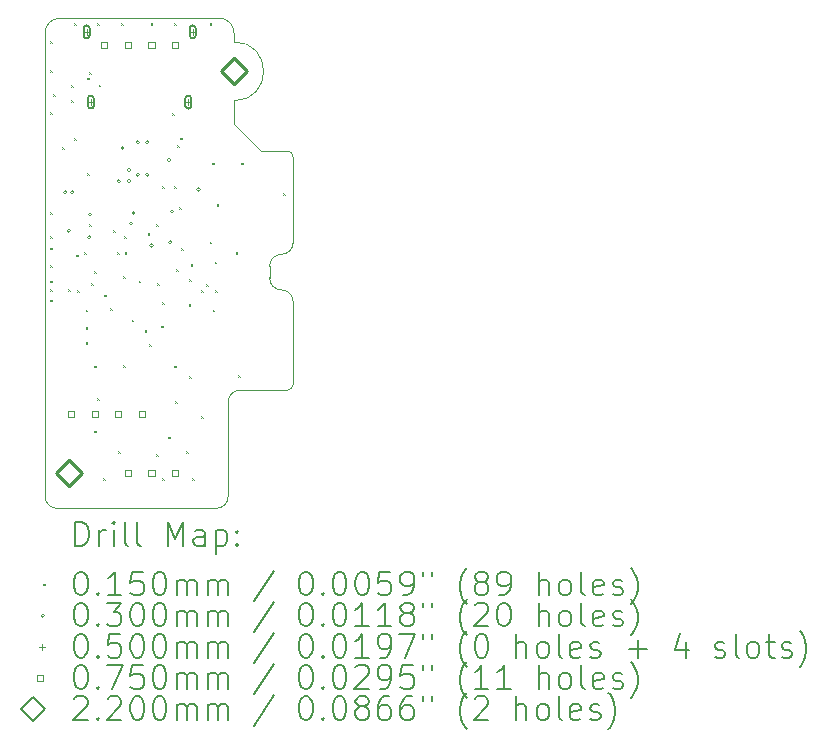
<source format=gbr>
%TF.GenerationSoftware,KiCad,Pcbnew,7.0.7*%
%TF.CreationDate,2023-09-04T22:31:28-04:00*%
%TF.ProjectId,k1-aioc,6b312d61-696f-4632-9e6b-696361645f70,rev?*%
%TF.SameCoordinates,Original*%
%TF.FileFunction,Drillmap*%
%TF.FilePolarity,Positive*%
%FSLAX45Y45*%
G04 Gerber Fmt 4.5, Leading zero omitted, Abs format (unit mm)*
G04 Created by KiCad (PCBNEW 7.0.7) date 2023-09-04 22:31:28*
%MOMM*%
%LPD*%
G01*
G04 APERTURE LIST*
%ADD10C,0.100000*%
%ADD11C,0.200000*%
%ADD12C,0.015000*%
%ADD13C,0.030000*%
%ADD14C,0.050000*%
%ADD15C,0.075000*%
%ADD16C,0.220000*%
G04 APERTURE END LIST*
D10*
X10575000Y-11175000D02*
X10575000Y-10450000D01*
X10525000Y-12425000D02*
X10125000Y-12425000D01*
X8475000Y-12300000D02*
X8475000Y-9400000D01*
X10300000Y-10400000D02*
X10525000Y-10400000D01*
X10475000Y-11275000D02*
G75*
G03*
X10575000Y-11175000I0J100000D01*
G01*
X10025000Y-12525000D02*
X10025000Y-13325000D01*
X8475000Y-13325000D02*
G75*
G03*
X8575000Y-13425000I100000J0D01*
G01*
X10525000Y-12425000D02*
G75*
G03*
X10575000Y-12375000I0J50000D01*
G01*
X10575000Y-11675000D02*
X10575000Y-12375000D01*
X10300000Y-10400000D02*
X10075000Y-10175000D01*
X10075000Y-9400000D02*
G75*
G03*
X9950000Y-9275000I-125000J0D01*
G01*
X8475000Y-13325000D02*
X8475000Y-12300000D01*
X10375000Y-11475000D02*
X10375000Y-11375000D01*
X10075000Y-10175000D02*
X10075000Y-9975000D01*
X10475000Y-11275000D02*
G75*
G03*
X10375000Y-11375000I0J-100000D01*
G01*
X8600000Y-9275000D02*
G75*
G03*
X8475000Y-9400000I0J-125000D01*
G01*
X8725000Y-9275000D02*
X9950000Y-9275000D01*
X9925000Y-13425000D02*
X8575000Y-13425000D01*
X10375000Y-11475000D02*
G75*
G03*
X10475000Y-11575000I100000J0D01*
G01*
X10575000Y-11675000D02*
G75*
G03*
X10475000Y-11575000I-100000J0D01*
G01*
X10575000Y-10450000D02*
G75*
G03*
X10525000Y-10400000I-50000J0D01*
G01*
X9925000Y-13425000D02*
G75*
G03*
X10025000Y-13325000I0J100000D01*
G01*
X10075000Y-9475000D02*
X10075000Y-9400000D01*
X8725000Y-9275000D02*
X8600000Y-9275000D01*
X10125000Y-12425000D02*
G75*
G03*
X10025000Y-12525000I0J-100000D01*
G01*
X10075000Y-9975000D02*
G75*
G03*
X10075000Y-9475000I0J250000D01*
G01*
D11*
D12*
X8517500Y-9467500D02*
X8532500Y-9482500D01*
X8532500Y-9467500D02*
X8517500Y-9482500D01*
X8517500Y-9717500D02*
X8532500Y-9732500D01*
X8532500Y-9717500D02*
X8517500Y-9732500D01*
X8517500Y-10067500D02*
X8532500Y-10082500D01*
X8532500Y-10067500D02*
X8517500Y-10082500D01*
X8517500Y-10917500D02*
X8532500Y-10932500D01*
X8532500Y-10917500D02*
X8517500Y-10932500D01*
X8517500Y-11117500D02*
X8532500Y-11132500D01*
X8532500Y-11117500D02*
X8517500Y-11132500D01*
X8517500Y-11217500D02*
X8532500Y-11232500D01*
X8532500Y-11217500D02*
X8517500Y-11232500D01*
X8517500Y-11367500D02*
X8532500Y-11382500D01*
X8532500Y-11367500D02*
X8517500Y-11382500D01*
X8517500Y-11497500D02*
X8532500Y-11512500D01*
X8532500Y-11497500D02*
X8517500Y-11512500D01*
X8517500Y-11567500D02*
X8532500Y-11582500D01*
X8532500Y-11567500D02*
X8517500Y-11582500D01*
X8517500Y-11657500D02*
X8532500Y-11672500D01*
X8532500Y-11657500D02*
X8517500Y-11672500D01*
X8542500Y-9917500D02*
X8557500Y-9932500D01*
X8557500Y-9917500D02*
X8542500Y-9932500D01*
X8617500Y-10367500D02*
X8632500Y-10382500D01*
X8632500Y-10367500D02*
X8617500Y-10382500D01*
X8667500Y-11567500D02*
X8682500Y-11582500D01*
X8682500Y-11567500D02*
X8667500Y-11582500D01*
X8692500Y-9842500D02*
X8707500Y-9857500D01*
X8707500Y-9842500D02*
X8692500Y-9857500D01*
X8692500Y-9967500D02*
X8707500Y-9982500D01*
X8707500Y-9967500D02*
X8692500Y-9982500D01*
X8717500Y-9317500D02*
X8732500Y-9332500D01*
X8732500Y-9317500D02*
X8717500Y-9332500D01*
X8717500Y-10292500D02*
X8732500Y-10307500D01*
X8732500Y-10292500D02*
X8717500Y-10307500D01*
X8737277Y-11276522D02*
X8752277Y-11291522D01*
X8752277Y-11276522D02*
X8737277Y-11291522D01*
X8746250Y-11577500D02*
X8761250Y-11592500D01*
X8761250Y-11577500D02*
X8746250Y-11592500D01*
X8807292Y-11257292D02*
X8822292Y-11272292D01*
X8822292Y-11257292D02*
X8807292Y-11272292D01*
X8817500Y-11742500D02*
X8832500Y-11757500D01*
X8832500Y-11742500D02*
X8817500Y-11757500D01*
X8817500Y-11892500D02*
X8832500Y-11907500D01*
X8832500Y-11892500D02*
X8817500Y-11907500D01*
X8817500Y-12017500D02*
X8832500Y-12032500D01*
X8832500Y-12017500D02*
X8817500Y-12032500D01*
X8827500Y-10587500D02*
X8842500Y-10602500D01*
X8842500Y-10587500D02*
X8827500Y-10602500D01*
X8828256Y-9778544D02*
X8843256Y-9793544D01*
X8843256Y-9778544D02*
X8828256Y-9793544D01*
X8847500Y-9732450D02*
X8862500Y-9747450D01*
X8862500Y-9732450D02*
X8847500Y-9747450D01*
X8847500Y-11017500D02*
X8862500Y-11032500D01*
X8862500Y-11017500D02*
X8847500Y-11032500D01*
X8867500Y-11517500D02*
X8882500Y-11532500D01*
X8882500Y-11517500D02*
X8867500Y-11532500D01*
X8887500Y-11417500D02*
X8902500Y-11432500D01*
X8902500Y-11417500D02*
X8887500Y-11432500D01*
X8887500Y-12217500D02*
X8902500Y-12232500D01*
X8902500Y-12217500D02*
X8887500Y-12232500D01*
X8892500Y-12767500D02*
X8907500Y-12782500D01*
X8907500Y-12767500D02*
X8892500Y-12782500D01*
X8917500Y-9317500D02*
X8932500Y-9332500D01*
X8932500Y-9317500D02*
X8917500Y-9332500D01*
X8917500Y-12492500D02*
X8932500Y-12507500D01*
X8932500Y-12492500D02*
X8917500Y-12507500D01*
X8927500Y-9837450D02*
X8942500Y-9852450D01*
X8942500Y-9837450D02*
X8927500Y-9852450D01*
X8967500Y-13167500D02*
X8982500Y-13182500D01*
X8982500Y-13167500D02*
X8967500Y-13182500D01*
X8977500Y-11616500D02*
X8992500Y-11631500D01*
X8992500Y-11616500D02*
X8977500Y-11631500D01*
X9027500Y-11727500D02*
X9042500Y-11742500D01*
X9042500Y-11727500D02*
X9027500Y-11742500D01*
X9048955Y-11066956D02*
X9063955Y-11081956D01*
X9063955Y-11066956D02*
X9048955Y-11081956D01*
X9084739Y-11255776D02*
X9099739Y-11270776D01*
X9099739Y-11255776D02*
X9084739Y-11270776D01*
X9092500Y-12942500D02*
X9107500Y-12957500D01*
X9107500Y-12942500D02*
X9092500Y-12957500D01*
X9117500Y-9317500D02*
X9132500Y-9332500D01*
X9132500Y-9317500D02*
X9117500Y-9332500D01*
X9132499Y-12212500D02*
X9147499Y-12227500D01*
X9147499Y-12212500D02*
X9132499Y-12227500D01*
X9136725Y-11457167D02*
X9151725Y-11472167D01*
X9151725Y-11457167D02*
X9136725Y-11472167D01*
X9142500Y-11117500D02*
X9157500Y-11132500D01*
X9157500Y-11117500D02*
X9142500Y-11132500D01*
X9147500Y-11257500D02*
X9162500Y-11272500D01*
X9162500Y-11257500D02*
X9147500Y-11272500D01*
X9207500Y-11827500D02*
X9222500Y-11842500D01*
X9222500Y-11827500D02*
X9207500Y-11842500D01*
X9267500Y-11497500D02*
X9282500Y-11512500D01*
X9282500Y-11497500D02*
X9267500Y-11512500D01*
X9317500Y-11917500D02*
X9332500Y-11932500D01*
X9332500Y-11917500D02*
X9317500Y-11932500D01*
X9342500Y-11092500D02*
X9357500Y-11107500D01*
X9357500Y-11092500D02*
X9342500Y-11107500D01*
X9357500Y-12037500D02*
X9372500Y-12052500D01*
X9372500Y-12037500D02*
X9357500Y-12052500D01*
X9367500Y-9317500D02*
X9382500Y-9332500D01*
X9382500Y-9317500D02*
X9367500Y-9332500D01*
X9417500Y-11017500D02*
X9432500Y-11032500D01*
X9432500Y-11017500D02*
X9417500Y-11032500D01*
X9417500Y-12967500D02*
X9432500Y-12982500D01*
X9432500Y-12967500D02*
X9417500Y-12982500D01*
X9426353Y-11516618D02*
X9441353Y-11531618D01*
X9441353Y-11516618D02*
X9426353Y-11531618D01*
X9457500Y-11877500D02*
X9472500Y-11892500D01*
X9472500Y-11877500D02*
X9457500Y-11892500D01*
X9467190Y-11679688D02*
X9482190Y-11694688D01*
X9482190Y-11679688D02*
X9467190Y-11694688D01*
X9467500Y-10697500D02*
X9482500Y-10712500D01*
X9482500Y-10697500D02*
X9467500Y-10712500D01*
X9467500Y-13167500D02*
X9482500Y-13182500D01*
X9482500Y-13167500D02*
X9467500Y-13182500D01*
X9517500Y-12817500D02*
X9532500Y-12832500D01*
X9532500Y-12817500D02*
X9517500Y-12832500D01*
X9547500Y-10077500D02*
X9562500Y-10092500D01*
X9562500Y-10077500D02*
X9547500Y-10092500D01*
X9567500Y-9317500D02*
X9582500Y-9332500D01*
X9582500Y-9317500D02*
X9567500Y-9332500D01*
X9567500Y-10697500D02*
X9582500Y-10712500D01*
X9582500Y-10697500D02*
X9567500Y-10712500D01*
X9567500Y-12217500D02*
X9582500Y-12232500D01*
X9582500Y-12217500D02*
X9567500Y-12232500D01*
X9577500Y-12517500D02*
X9592500Y-12532500D01*
X9592500Y-12517500D02*
X9577500Y-12532500D01*
X9587500Y-11397500D02*
X9602500Y-11412500D01*
X9602500Y-11397500D02*
X9587500Y-11412500D01*
X9592500Y-10347500D02*
X9607500Y-10362500D01*
X9607500Y-10347500D02*
X9592500Y-10362500D01*
X9607500Y-10877500D02*
X9622500Y-10892500D01*
X9622500Y-10877500D02*
X9607500Y-10892500D01*
X9617500Y-10287500D02*
X9632500Y-10302500D01*
X9632500Y-10287500D02*
X9617500Y-10302500D01*
X9624518Y-11222469D02*
X9639518Y-11237469D01*
X9639518Y-11222469D02*
X9624518Y-11237469D01*
X9667500Y-12942500D02*
X9682500Y-12957500D01*
X9682500Y-12942500D02*
X9667500Y-12957500D01*
X9689382Y-11695742D02*
X9704382Y-11710742D01*
X9704382Y-11695742D02*
X9689382Y-11710742D01*
X9697500Y-11487500D02*
X9712500Y-11502500D01*
X9712500Y-11487500D02*
X9697500Y-11502500D01*
X9697500Y-12307500D02*
X9712500Y-12322500D01*
X9712500Y-12307500D02*
X9697500Y-12322500D01*
X9707500Y-11357500D02*
X9722500Y-11372500D01*
X9722500Y-11357500D02*
X9707500Y-11372500D01*
X9717500Y-13167500D02*
X9732500Y-13182500D01*
X9732500Y-13167500D02*
X9717500Y-13182500D01*
X9797500Y-11577500D02*
X9812500Y-11592500D01*
X9812500Y-11577500D02*
X9797500Y-11592500D01*
X9797500Y-12647500D02*
X9812500Y-12662500D01*
X9812500Y-12647500D02*
X9797500Y-12662500D01*
X9837500Y-11527500D02*
X9852500Y-11542500D01*
X9852500Y-11527500D02*
X9837500Y-11542500D01*
X9867500Y-9317500D02*
X9882500Y-9332500D01*
X9882500Y-9317500D02*
X9867500Y-9332500D01*
X9867500Y-11167450D02*
X9882500Y-11182450D01*
X9882500Y-11167450D02*
X9867500Y-11182450D01*
X9887500Y-10497500D02*
X9902500Y-10512500D01*
X9902500Y-10497500D02*
X9887500Y-10512500D01*
X9892500Y-11742500D02*
X9907500Y-11757500D01*
X9907500Y-11742500D02*
X9892500Y-11757500D01*
X9909902Y-11335837D02*
X9924902Y-11350837D01*
X9924902Y-11335837D02*
X9909902Y-11350837D01*
X9917500Y-11577500D02*
X9932500Y-11592500D01*
X9932500Y-11577500D02*
X9917500Y-11592500D01*
X9927500Y-10847500D02*
X9942500Y-10862500D01*
X9942500Y-10847500D02*
X9927500Y-10862500D01*
X10087500Y-11257500D02*
X10102500Y-11272500D01*
X10102500Y-11257500D02*
X10087500Y-11272500D01*
X10107500Y-12297500D02*
X10122500Y-12312500D01*
X10122500Y-12297500D02*
X10107500Y-12312500D01*
X10137500Y-10497500D02*
X10152500Y-10512500D01*
X10152500Y-10497500D02*
X10137500Y-10512500D01*
X10487500Y-10757500D02*
X10502500Y-10772500D01*
X10502500Y-10757500D02*
X10487500Y-10772500D01*
D13*
X8660000Y-10750000D02*
G75*
G03*
X8660000Y-10750000I-15000J0D01*
G01*
X8690000Y-11075000D02*
G75*
G03*
X8690000Y-11075000I-15000J0D01*
G01*
X8720000Y-10750000D02*
G75*
G03*
X8720000Y-10750000I-15000J0D01*
G01*
X8865000Y-11130000D02*
G75*
G03*
X8865000Y-11130000I-15000J0D01*
G01*
X8870000Y-10937574D02*
G75*
G03*
X8870000Y-10937574I-15000J0D01*
G01*
X9115000Y-10656934D02*
G75*
G03*
X9115000Y-10656934I-15000J0D01*
G01*
X9145000Y-10375000D02*
G75*
G03*
X9145000Y-10375000I-15000J0D01*
G01*
X9200000Y-10561601D02*
G75*
G03*
X9200000Y-10561601I-15000J0D01*
G01*
X9200000Y-10652408D02*
G75*
G03*
X9200000Y-10652408I-15000J0D01*
G01*
X9218557Y-11014456D02*
G75*
G03*
X9218557Y-11014456I-15000J0D01*
G01*
X9240000Y-10925000D02*
G75*
G03*
X9240000Y-10925000I-15000J0D01*
G01*
X9275000Y-10325000D02*
G75*
G03*
X9275000Y-10325000I-15000J0D01*
G01*
X9275000Y-10600000D02*
G75*
G03*
X9275000Y-10600000I-15000J0D01*
G01*
X9355000Y-10325000D02*
G75*
G03*
X9355000Y-10325000I-15000J0D01*
G01*
X9355000Y-10600000D02*
G75*
G03*
X9355000Y-10600000I-15000J0D01*
G01*
X9390000Y-11200000D02*
G75*
G03*
X9390000Y-11200000I-15000J0D01*
G01*
X9540000Y-10475000D02*
G75*
G03*
X9540000Y-10475000I-15000J0D01*
G01*
X9549504Y-11172598D02*
G75*
G03*
X9549504Y-11172598I-15000J0D01*
G01*
X9565000Y-10913303D02*
G75*
G03*
X9565000Y-10913303I-15000J0D01*
G01*
X9790000Y-10725000D02*
G75*
G03*
X9790000Y-10725000I-15000J0D01*
G01*
D14*
X8826000Y-9366000D02*
X8826000Y-9416000D01*
X8801000Y-9391000D02*
X8851000Y-9391000D01*
D11*
X8851000Y-9421000D02*
X8851000Y-9361000D01*
X8851000Y-9361000D02*
G75*
G03*
X8801000Y-9361000I-25000J0D01*
G01*
X8801000Y-9361000D02*
X8801000Y-9421000D01*
X8801000Y-9421000D02*
G75*
G03*
X8851000Y-9421000I25000J0D01*
G01*
D14*
X8862000Y-9961000D02*
X8862000Y-10011000D01*
X8837000Y-9986000D02*
X8887000Y-9986000D01*
D11*
X8887000Y-10016000D02*
X8887000Y-9956000D01*
X8887000Y-9956000D02*
G75*
G03*
X8837000Y-9956000I-25000J0D01*
G01*
X8837000Y-9956000D02*
X8837000Y-10016000D01*
X8837000Y-10016000D02*
G75*
G03*
X8887000Y-10016000I25000J0D01*
G01*
D14*
X9688000Y-9961000D02*
X9688000Y-10011000D01*
X9663000Y-9986000D02*
X9713000Y-9986000D01*
D11*
X9713000Y-10016000D02*
X9713000Y-9956000D01*
X9713000Y-9956000D02*
G75*
G03*
X9663000Y-9956000I-25000J0D01*
G01*
X9663000Y-9956000D02*
X9663000Y-10016000D01*
X9663000Y-10016000D02*
G75*
G03*
X9713000Y-10016000I25000J0D01*
G01*
D14*
X9724000Y-9366000D02*
X9724000Y-9416000D01*
X9699000Y-9391000D02*
X9749000Y-9391000D01*
D11*
X9749000Y-9421000D02*
X9749000Y-9361000D01*
X9749000Y-9361000D02*
G75*
G03*
X9699000Y-9361000I-25000J0D01*
G01*
X9699000Y-9361000D02*
X9699000Y-9421000D01*
X9699000Y-9421000D02*
G75*
G03*
X9749000Y-9421000I25000J0D01*
G01*
D15*
X8721517Y-12651517D02*
X8721517Y-12598483D01*
X8668483Y-12598483D01*
X8668483Y-12651517D01*
X8721517Y-12651517D01*
X8921517Y-12651517D02*
X8921517Y-12598483D01*
X8868483Y-12598483D01*
X8868483Y-12651517D01*
X8921517Y-12651517D01*
X9001517Y-9531517D02*
X9001517Y-9478483D01*
X8948483Y-9478483D01*
X8948483Y-9531517D01*
X9001517Y-9531517D01*
X9121517Y-12651517D02*
X9121517Y-12598483D01*
X9068483Y-12598483D01*
X9068483Y-12651517D01*
X9121517Y-12651517D01*
X9201517Y-9531517D02*
X9201517Y-9478483D01*
X9148483Y-9478483D01*
X9148483Y-9531517D01*
X9201517Y-9531517D01*
X9201517Y-13151517D02*
X9201517Y-13098483D01*
X9148483Y-13098483D01*
X9148483Y-13151517D01*
X9201517Y-13151517D01*
X9321517Y-12651517D02*
X9321517Y-12598483D01*
X9268483Y-12598483D01*
X9268483Y-12651517D01*
X9321517Y-12651517D01*
X9401517Y-9531517D02*
X9401517Y-9478483D01*
X9348483Y-9478483D01*
X9348483Y-9531517D01*
X9401517Y-9531517D01*
X9401517Y-13151517D02*
X9401517Y-13098483D01*
X9348483Y-13098483D01*
X9348483Y-13151517D01*
X9401517Y-13151517D01*
X9601517Y-9531517D02*
X9601517Y-9478483D01*
X9548483Y-9478483D01*
X9548483Y-9531517D01*
X9601517Y-9531517D01*
X9601517Y-13151517D02*
X9601517Y-13098483D01*
X9548483Y-13098483D01*
X9548483Y-13151517D01*
X9601517Y-13151517D01*
D16*
X8675000Y-13235000D02*
X8785000Y-13125000D01*
X8675000Y-13015000D01*
X8565000Y-13125000D01*
X8675000Y-13235000D01*
X10075000Y-9835000D02*
X10185000Y-9725000D01*
X10075000Y-9615000D01*
X9965000Y-9725000D01*
X10075000Y-9835000D01*
D11*
X8730777Y-13741484D02*
X8730777Y-13541484D01*
X8730777Y-13541484D02*
X8778396Y-13541484D01*
X8778396Y-13541484D02*
X8806967Y-13551008D01*
X8806967Y-13551008D02*
X8826015Y-13570055D01*
X8826015Y-13570055D02*
X8835539Y-13589103D01*
X8835539Y-13589103D02*
X8845063Y-13627198D01*
X8845063Y-13627198D02*
X8845063Y-13655769D01*
X8845063Y-13655769D02*
X8835539Y-13693865D01*
X8835539Y-13693865D02*
X8826015Y-13712912D01*
X8826015Y-13712912D02*
X8806967Y-13731960D01*
X8806967Y-13731960D02*
X8778396Y-13741484D01*
X8778396Y-13741484D02*
X8730777Y-13741484D01*
X8930777Y-13741484D02*
X8930777Y-13608150D01*
X8930777Y-13646246D02*
X8940301Y-13627198D01*
X8940301Y-13627198D02*
X8949824Y-13617674D01*
X8949824Y-13617674D02*
X8968872Y-13608150D01*
X8968872Y-13608150D02*
X8987920Y-13608150D01*
X9054586Y-13741484D02*
X9054586Y-13608150D01*
X9054586Y-13541484D02*
X9045063Y-13551008D01*
X9045063Y-13551008D02*
X9054586Y-13560531D01*
X9054586Y-13560531D02*
X9064110Y-13551008D01*
X9064110Y-13551008D02*
X9054586Y-13541484D01*
X9054586Y-13541484D02*
X9054586Y-13560531D01*
X9178396Y-13741484D02*
X9159348Y-13731960D01*
X9159348Y-13731960D02*
X9149824Y-13712912D01*
X9149824Y-13712912D02*
X9149824Y-13541484D01*
X9283158Y-13741484D02*
X9264110Y-13731960D01*
X9264110Y-13731960D02*
X9254586Y-13712912D01*
X9254586Y-13712912D02*
X9254586Y-13541484D01*
X9511729Y-13741484D02*
X9511729Y-13541484D01*
X9511729Y-13541484D02*
X9578396Y-13684341D01*
X9578396Y-13684341D02*
X9645063Y-13541484D01*
X9645063Y-13541484D02*
X9645063Y-13741484D01*
X9826015Y-13741484D02*
X9826015Y-13636722D01*
X9826015Y-13636722D02*
X9816491Y-13617674D01*
X9816491Y-13617674D02*
X9797444Y-13608150D01*
X9797444Y-13608150D02*
X9759348Y-13608150D01*
X9759348Y-13608150D02*
X9740301Y-13617674D01*
X9826015Y-13731960D02*
X9806967Y-13741484D01*
X9806967Y-13741484D02*
X9759348Y-13741484D01*
X9759348Y-13741484D02*
X9740301Y-13731960D01*
X9740301Y-13731960D02*
X9730777Y-13712912D01*
X9730777Y-13712912D02*
X9730777Y-13693865D01*
X9730777Y-13693865D02*
X9740301Y-13674817D01*
X9740301Y-13674817D02*
X9759348Y-13665293D01*
X9759348Y-13665293D02*
X9806967Y-13665293D01*
X9806967Y-13665293D02*
X9826015Y-13655769D01*
X9921253Y-13608150D02*
X9921253Y-13808150D01*
X9921253Y-13617674D02*
X9940301Y-13608150D01*
X9940301Y-13608150D02*
X9978396Y-13608150D01*
X9978396Y-13608150D02*
X9997444Y-13617674D01*
X9997444Y-13617674D02*
X10006967Y-13627198D01*
X10006967Y-13627198D02*
X10016491Y-13646246D01*
X10016491Y-13646246D02*
X10016491Y-13703388D01*
X10016491Y-13703388D02*
X10006967Y-13722436D01*
X10006967Y-13722436D02*
X9997444Y-13731960D01*
X9997444Y-13731960D02*
X9978396Y-13741484D01*
X9978396Y-13741484D02*
X9940301Y-13741484D01*
X9940301Y-13741484D02*
X9921253Y-13731960D01*
X10102205Y-13722436D02*
X10111729Y-13731960D01*
X10111729Y-13731960D02*
X10102205Y-13741484D01*
X10102205Y-13741484D02*
X10092682Y-13731960D01*
X10092682Y-13731960D02*
X10102205Y-13722436D01*
X10102205Y-13722436D02*
X10102205Y-13741484D01*
X10102205Y-13617674D02*
X10111729Y-13627198D01*
X10111729Y-13627198D02*
X10102205Y-13636722D01*
X10102205Y-13636722D02*
X10092682Y-13627198D01*
X10092682Y-13627198D02*
X10102205Y-13617674D01*
X10102205Y-13617674D02*
X10102205Y-13636722D01*
D12*
X8455000Y-14062500D02*
X8470000Y-14077500D01*
X8470000Y-14062500D02*
X8455000Y-14077500D01*
D11*
X8768872Y-13961484D02*
X8787920Y-13961484D01*
X8787920Y-13961484D02*
X8806967Y-13971008D01*
X8806967Y-13971008D02*
X8816491Y-13980531D01*
X8816491Y-13980531D02*
X8826015Y-13999579D01*
X8826015Y-13999579D02*
X8835539Y-14037674D01*
X8835539Y-14037674D02*
X8835539Y-14085293D01*
X8835539Y-14085293D02*
X8826015Y-14123388D01*
X8826015Y-14123388D02*
X8816491Y-14142436D01*
X8816491Y-14142436D02*
X8806967Y-14151960D01*
X8806967Y-14151960D02*
X8787920Y-14161484D01*
X8787920Y-14161484D02*
X8768872Y-14161484D01*
X8768872Y-14161484D02*
X8749824Y-14151960D01*
X8749824Y-14151960D02*
X8740301Y-14142436D01*
X8740301Y-14142436D02*
X8730777Y-14123388D01*
X8730777Y-14123388D02*
X8721253Y-14085293D01*
X8721253Y-14085293D02*
X8721253Y-14037674D01*
X8721253Y-14037674D02*
X8730777Y-13999579D01*
X8730777Y-13999579D02*
X8740301Y-13980531D01*
X8740301Y-13980531D02*
X8749824Y-13971008D01*
X8749824Y-13971008D02*
X8768872Y-13961484D01*
X8921253Y-14142436D02*
X8930777Y-14151960D01*
X8930777Y-14151960D02*
X8921253Y-14161484D01*
X8921253Y-14161484D02*
X8911729Y-14151960D01*
X8911729Y-14151960D02*
X8921253Y-14142436D01*
X8921253Y-14142436D02*
X8921253Y-14161484D01*
X9121253Y-14161484D02*
X9006967Y-14161484D01*
X9064110Y-14161484D02*
X9064110Y-13961484D01*
X9064110Y-13961484D02*
X9045063Y-13990055D01*
X9045063Y-13990055D02*
X9026015Y-14009103D01*
X9026015Y-14009103D02*
X9006967Y-14018627D01*
X9302205Y-13961484D02*
X9206967Y-13961484D01*
X9206967Y-13961484D02*
X9197444Y-14056722D01*
X9197444Y-14056722D02*
X9206967Y-14047198D01*
X9206967Y-14047198D02*
X9226015Y-14037674D01*
X9226015Y-14037674D02*
X9273634Y-14037674D01*
X9273634Y-14037674D02*
X9292682Y-14047198D01*
X9292682Y-14047198D02*
X9302205Y-14056722D01*
X9302205Y-14056722D02*
X9311729Y-14075769D01*
X9311729Y-14075769D02*
X9311729Y-14123388D01*
X9311729Y-14123388D02*
X9302205Y-14142436D01*
X9302205Y-14142436D02*
X9292682Y-14151960D01*
X9292682Y-14151960D02*
X9273634Y-14161484D01*
X9273634Y-14161484D02*
X9226015Y-14161484D01*
X9226015Y-14161484D02*
X9206967Y-14151960D01*
X9206967Y-14151960D02*
X9197444Y-14142436D01*
X9435539Y-13961484D02*
X9454586Y-13961484D01*
X9454586Y-13961484D02*
X9473634Y-13971008D01*
X9473634Y-13971008D02*
X9483158Y-13980531D01*
X9483158Y-13980531D02*
X9492682Y-13999579D01*
X9492682Y-13999579D02*
X9502205Y-14037674D01*
X9502205Y-14037674D02*
X9502205Y-14085293D01*
X9502205Y-14085293D02*
X9492682Y-14123388D01*
X9492682Y-14123388D02*
X9483158Y-14142436D01*
X9483158Y-14142436D02*
X9473634Y-14151960D01*
X9473634Y-14151960D02*
X9454586Y-14161484D01*
X9454586Y-14161484D02*
X9435539Y-14161484D01*
X9435539Y-14161484D02*
X9416491Y-14151960D01*
X9416491Y-14151960D02*
X9406967Y-14142436D01*
X9406967Y-14142436D02*
X9397444Y-14123388D01*
X9397444Y-14123388D02*
X9387920Y-14085293D01*
X9387920Y-14085293D02*
X9387920Y-14037674D01*
X9387920Y-14037674D02*
X9397444Y-13999579D01*
X9397444Y-13999579D02*
X9406967Y-13980531D01*
X9406967Y-13980531D02*
X9416491Y-13971008D01*
X9416491Y-13971008D02*
X9435539Y-13961484D01*
X9587920Y-14161484D02*
X9587920Y-14028150D01*
X9587920Y-14047198D02*
X9597444Y-14037674D01*
X9597444Y-14037674D02*
X9616491Y-14028150D01*
X9616491Y-14028150D02*
X9645063Y-14028150D01*
X9645063Y-14028150D02*
X9664110Y-14037674D01*
X9664110Y-14037674D02*
X9673634Y-14056722D01*
X9673634Y-14056722D02*
X9673634Y-14161484D01*
X9673634Y-14056722D02*
X9683158Y-14037674D01*
X9683158Y-14037674D02*
X9702205Y-14028150D01*
X9702205Y-14028150D02*
X9730777Y-14028150D01*
X9730777Y-14028150D02*
X9749825Y-14037674D01*
X9749825Y-14037674D02*
X9759348Y-14056722D01*
X9759348Y-14056722D02*
X9759348Y-14161484D01*
X9854586Y-14161484D02*
X9854586Y-14028150D01*
X9854586Y-14047198D02*
X9864110Y-14037674D01*
X9864110Y-14037674D02*
X9883158Y-14028150D01*
X9883158Y-14028150D02*
X9911729Y-14028150D01*
X9911729Y-14028150D02*
X9930777Y-14037674D01*
X9930777Y-14037674D02*
X9940301Y-14056722D01*
X9940301Y-14056722D02*
X9940301Y-14161484D01*
X9940301Y-14056722D02*
X9949825Y-14037674D01*
X9949825Y-14037674D02*
X9968872Y-14028150D01*
X9968872Y-14028150D02*
X9997444Y-14028150D01*
X9997444Y-14028150D02*
X10016491Y-14037674D01*
X10016491Y-14037674D02*
X10026015Y-14056722D01*
X10026015Y-14056722D02*
X10026015Y-14161484D01*
X10416491Y-13951960D02*
X10245063Y-14209103D01*
X10673634Y-13961484D02*
X10692682Y-13961484D01*
X10692682Y-13961484D02*
X10711729Y-13971008D01*
X10711729Y-13971008D02*
X10721253Y-13980531D01*
X10721253Y-13980531D02*
X10730777Y-13999579D01*
X10730777Y-13999579D02*
X10740301Y-14037674D01*
X10740301Y-14037674D02*
X10740301Y-14085293D01*
X10740301Y-14085293D02*
X10730777Y-14123388D01*
X10730777Y-14123388D02*
X10721253Y-14142436D01*
X10721253Y-14142436D02*
X10711729Y-14151960D01*
X10711729Y-14151960D02*
X10692682Y-14161484D01*
X10692682Y-14161484D02*
X10673634Y-14161484D01*
X10673634Y-14161484D02*
X10654587Y-14151960D01*
X10654587Y-14151960D02*
X10645063Y-14142436D01*
X10645063Y-14142436D02*
X10635539Y-14123388D01*
X10635539Y-14123388D02*
X10626015Y-14085293D01*
X10626015Y-14085293D02*
X10626015Y-14037674D01*
X10626015Y-14037674D02*
X10635539Y-13999579D01*
X10635539Y-13999579D02*
X10645063Y-13980531D01*
X10645063Y-13980531D02*
X10654587Y-13971008D01*
X10654587Y-13971008D02*
X10673634Y-13961484D01*
X10826015Y-14142436D02*
X10835539Y-14151960D01*
X10835539Y-14151960D02*
X10826015Y-14161484D01*
X10826015Y-14161484D02*
X10816491Y-14151960D01*
X10816491Y-14151960D02*
X10826015Y-14142436D01*
X10826015Y-14142436D02*
X10826015Y-14161484D01*
X10959348Y-13961484D02*
X10978396Y-13961484D01*
X10978396Y-13961484D02*
X10997444Y-13971008D01*
X10997444Y-13971008D02*
X11006968Y-13980531D01*
X11006968Y-13980531D02*
X11016491Y-13999579D01*
X11016491Y-13999579D02*
X11026015Y-14037674D01*
X11026015Y-14037674D02*
X11026015Y-14085293D01*
X11026015Y-14085293D02*
X11016491Y-14123388D01*
X11016491Y-14123388D02*
X11006968Y-14142436D01*
X11006968Y-14142436D02*
X10997444Y-14151960D01*
X10997444Y-14151960D02*
X10978396Y-14161484D01*
X10978396Y-14161484D02*
X10959348Y-14161484D01*
X10959348Y-14161484D02*
X10940301Y-14151960D01*
X10940301Y-14151960D02*
X10930777Y-14142436D01*
X10930777Y-14142436D02*
X10921253Y-14123388D01*
X10921253Y-14123388D02*
X10911729Y-14085293D01*
X10911729Y-14085293D02*
X10911729Y-14037674D01*
X10911729Y-14037674D02*
X10921253Y-13999579D01*
X10921253Y-13999579D02*
X10930777Y-13980531D01*
X10930777Y-13980531D02*
X10940301Y-13971008D01*
X10940301Y-13971008D02*
X10959348Y-13961484D01*
X11149825Y-13961484D02*
X11168872Y-13961484D01*
X11168872Y-13961484D02*
X11187920Y-13971008D01*
X11187920Y-13971008D02*
X11197444Y-13980531D01*
X11197444Y-13980531D02*
X11206967Y-13999579D01*
X11206967Y-13999579D02*
X11216491Y-14037674D01*
X11216491Y-14037674D02*
X11216491Y-14085293D01*
X11216491Y-14085293D02*
X11206967Y-14123388D01*
X11206967Y-14123388D02*
X11197444Y-14142436D01*
X11197444Y-14142436D02*
X11187920Y-14151960D01*
X11187920Y-14151960D02*
X11168872Y-14161484D01*
X11168872Y-14161484D02*
X11149825Y-14161484D01*
X11149825Y-14161484D02*
X11130777Y-14151960D01*
X11130777Y-14151960D02*
X11121253Y-14142436D01*
X11121253Y-14142436D02*
X11111729Y-14123388D01*
X11111729Y-14123388D02*
X11102206Y-14085293D01*
X11102206Y-14085293D02*
X11102206Y-14037674D01*
X11102206Y-14037674D02*
X11111729Y-13999579D01*
X11111729Y-13999579D02*
X11121253Y-13980531D01*
X11121253Y-13980531D02*
X11130777Y-13971008D01*
X11130777Y-13971008D02*
X11149825Y-13961484D01*
X11397444Y-13961484D02*
X11302206Y-13961484D01*
X11302206Y-13961484D02*
X11292682Y-14056722D01*
X11292682Y-14056722D02*
X11302206Y-14047198D01*
X11302206Y-14047198D02*
X11321253Y-14037674D01*
X11321253Y-14037674D02*
X11368872Y-14037674D01*
X11368872Y-14037674D02*
X11387920Y-14047198D01*
X11387920Y-14047198D02*
X11397444Y-14056722D01*
X11397444Y-14056722D02*
X11406967Y-14075769D01*
X11406967Y-14075769D02*
X11406967Y-14123388D01*
X11406967Y-14123388D02*
X11397444Y-14142436D01*
X11397444Y-14142436D02*
X11387920Y-14151960D01*
X11387920Y-14151960D02*
X11368872Y-14161484D01*
X11368872Y-14161484D02*
X11321253Y-14161484D01*
X11321253Y-14161484D02*
X11302206Y-14151960D01*
X11302206Y-14151960D02*
X11292682Y-14142436D01*
X11502206Y-14161484D02*
X11540301Y-14161484D01*
X11540301Y-14161484D02*
X11559348Y-14151960D01*
X11559348Y-14151960D02*
X11568872Y-14142436D01*
X11568872Y-14142436D02*
X11587920Y-14113865D01*
X11587920Y-14113865D02*
X11597444Y-14075769D01*
X11597444Y-14075769D02*
X11597444Y-13999579D01*
X11597444Y-13999579D02*
X11587920Y-13980531D01*
X11587920Y-13980531D02*
X11578396Y-13971008D01*
X11578396Y-13971008D02*
X11559348Y-13961484D01*
X11559348Y-13961484D02*
X11521253Y-13961484D01*
X11521253Y-13961484D02*
X11502206Y-13971008D01*
X11502206Y-13971008D02*
X11492682Y-13980531D01*
X11492682Y-13980531D02*
X11483158Y-13999579D01*
X11483158Y-13999579D02*
X11483158Y-14047198D01*
X11483158Y-14047198D02*
X11492682Y-14066246D01*
X11492682Y-14066246D02*
X11502206Y-14075769D01*
X11502206Y-14075769D02*
X11521253Y-14085293D01*
X11521253Y-14085293D02*
X11559348Y-14085293D01*
X11559348Y-14085293D02*
X11578396Y-14075769D01*
X11578396Y-14075769D02*
X11587920Y-14066246D01*
X11587920Y-14066246D02*
X11597444Y-14047198D01*
X11673634Y-13961484D02*
X11673634Y-13999579D01*
X11749825Y-13961484D02*
X11749825Y-13999579D01*
X12045063Y-14237674D02*
X12035539Y-14228150D01*
X12035539Y-14228150D02*
X12016491Y-14199579D01*
X12016491Y-14199579D02*
X12006968Y-14180531D01*
X12006968Y-14180531D02*
X11997444Y-14151960D01*
X11997444Y-14151960D02*
X11987920Y-14104341D01*
X11987920Y-14104341D02*
X11987920Y-14066246D01*
X11987920Y-14066246D02*
X11997444Y-14018627D01*
X11997444Y-14018627D02*
X12006968Y-13990055D01*
X12006968Y-13990055D02*
X12016491Y-13971008D01*
X12016491Y-13971008D02*
X12035539Y-13942436D01*
X12035539Y-13942436D02*
X12045063Y-13932912D01*
X12149825Y-14047198D02*
X12130777Y-14037674D01*
X12130777Y-14037674D02*
X12121253Y-14028150D01*
X12121253Y-14028150D02*
X12111729Y-14009103D01*
X12111729Y-14009103D02*
X12111729Y-13999579D01*
X12111729Y-13999579D02*
X12121253Y-13980531D01*
X12121253Y-13980531D02*
X12130777Y-13971008D01*
X12130777Y-13971008D02*
X12149825Y-13961484D01*
X12149825Y-13961484D02*
X12187920Y-13961484D01*
X12187920Y-13961484D02*
X12206968Y-13971008D01*
X12206968Y-13971008D02*
X12216491Y-13980531D01*
X12216491Y-13980531D02*
X12226015Y-13999579D01*
X12226015Y-13999579D02*
X12226015Y-14009103D01*
X12226015Y-14009103D02*
X12216491Y-14028150D01*
X12216491Y-14028150D02*
X12206968Y-14037674D01*
X12206968Y-14037674D02*
X12187920Y-14047198D01*
X12187920Y-14047198D02*
X12149825Y-14047198D01*
X12149825Y-14047198D02*
X12130777Y-14056722D01*
X12130777Y-14056722D02*
X12121253Y-14066246D01*
X12121253Y-14066246D02*
X12111729Y-14085293D01*
X12111729Y-14085293D02*
X12111729Y-14123388D01*
X12111729Y-14123388D02*
X12121253Y-14142436D01*
X12121253Y-14142436D02*
X12130777Y-14151960D01*
X12130777Y-14151960D02*
X12149825Y-14161484D01*
X12149825Y-14161484D02*
X12187920Y-14161484D01*
X12187920Y-14161484D02*
X12206968Y-14151960D01*
X12206968Y-14151960D02*
X12216491Y-14142436D01*
X12216491Y-14142436D02*
X12226015Y-14123388D01*
X12226015Y-14123388D02*
X12226015Y-14085293D01*
X12226015Y-14085293D02*
X12216491Y-14066246D01*
X12216491Y-14066246D02*
X12206968Y-14056722D01*
X12206968Y-14056722D02*
X12187920Y-14047198D01*
X12321253Y-14161484D02*
X12359348Y-14161484D01*
X12359348Y-14161484D02*
X12378396Y-14151960D01*
X12378396Y-14151960D02*
X12387920Y-14142436D01*
X12387920Y-14142436D02*
X12406968Y-14113865D01*
X12406968Y-14113865D02*
X12416491Y-14075769D01*
X12416491Y-14075769D02*
X12416491Y-13999579D01*
X12416491Y-13999579D02*
X12406968Y-13980531D01*
X12406968Y-13980531D02*
X12397444Y-13971008D01*
X12397444Y-13971008D02*
X12378396Y-13961484D01*
X12378396Y-13961484D02*
X12340301Y-13961484D01*
X12340301Y-13961484D02*
X12321253Y-13971008D01*
X12321253Y-13971008D02*
X12311729Y-13980531D01*
X12311729Y-13980531D02*
X12302206Y-13999579D01*
X12302206Y-13999579D02*
X12302206Y-14047198D01*
X12302206Y-14047198D02*
X12311729Y-14066246D01*
X12311729Y-14066246D02*
X12321253Y-14075769D01*
X12321253Y-14075769D02*
X12340301Y-14085293D01*
X12340301Y-14085293D02*
X12378396Y-14085293D01*
X12378396Y-14085293D02*
X12397444Y-14075769D01*
X12397444Y-14075769D02*
X12406968Y-14066246D01*
X12406968Y-14066246D02*
X12416491Y-14047198D01*
X12654587Y-14161484D02*
X12654587Y-13961484D01*
X12740301Y-14161484D02*
X12740301Y-14056722D01*
X12740301Y-14056722D02*
X12730777Y-14037674D01*
X12730777Y-14037674D02*
X12711730Y-14028150D01*
X12711730Y-14028150D02*
X12683158Y-14028150D01*
X12683158Y-14028150D02*
X12664110Y-14037674D01*
X12664110Y-14037674D02*
X12654587Y-14047198D01*
X12864110Y-14161484D02*
X12845063Y-14151960D01*
X12845063Y-14151960D02*
X12835539Y-14142436D01*
X12835539Y-14142436D02*
X12826015Y-14123388D01*
X12826015Y-14123388D02*
X12826015Y-14066246D01*
X12826015Y-14066246D02*
X12835539Y-14047198D01*
X12835539Y-14047198D02*
X12845063Y-14037674D01*
X12845063Y-14037674D02*
X12864110Y-14028150D01*
X12864110Y-14028150D02*
X12892682Y-14028150D01*
X12892682Y-14028150D02*
X12911730Y-14037674D01*
X12911730Y-14037674D02*
X12921253Y-14047198D01*
X12921253Y-14047198D02*
X12930777Y-14066246D01*
X12930777Y-14066246D02*
X12930777Y-14123388D01*
X12930777Y-14123388D02*
X12921253Y-14142436D01*
X12921253Y-14142436D02*
X12911730Y-14151960D01*
X12911730Y-14151960D02*
X12892682Y-14161484D01*
X12892682Y-14161484D02*
X12864110Y-14161484D01*
X13045063Y-14161484D02*
X13026015Y-14151960D01*
X13026015Y-14151960D02*
X13016491Y-14132912D01*
X13016491Y-14132912D02*
X13016491Y-13961484D01*
X13197444Y-14151960D02*
X13178396Y-14161484D01*
X13178396Y-14161484D02*
X13140301Y-14161484D01*
X13140301Y-14161484D02*
X13121253Y-14151960D01*
X13121253Y-14151960D02*
X13111730Y-14132912D01*
X13111730Y-14132912D02*
X13111730Y-14056722D01*
X13111730Y-14056722D02*
X13121253Y-14037674D01*
X13121253Y-14037674D02*
X13140301Y-14028150D01*
X13140301Y-14028150D02*
X13178396Y-14028150D01*
X13178396Y-14028150D02*
X13197444Y-14037674D01*
X13197444Y-14037674D02*
X13206968Y-14056722D01*
X13206968Y-14056722D02*
X13206968Y-14075769D01*
X13206968Y-14075769D02*
X13111730Y-14094817D01*
X13283158Y-14151960D02*
X13302206Y-14161484D01*
X13302206Y-14161484D02*
X13340301Y-14161484D01*
X13340301Y-14161484D02*
X13359349Y-14151960D01*
X13359349Y-14151960D02*
X13368872Y-14132912D01*
X13368872Y-14132912D02*
X13368872Y-14123388D01*
X13368872Y-14123388D02*
X13359349Y-14104341D01*
X13359349Y-14104341D02*
X13340301Y-14094817D01*
X13340301Y-14094817D02*
X13311730Y-14094817D01*
X13311730Y-14094817D02*
X13292682Y-14085293D01*
X13292682Y-14085293D02*
X13283158Y-14066246D01*
X13283158Y-14066246D02*
X13283158Y-14056722D01*
X13283158Y-14056722D02*
X13292682Y-14037674D01*
X13292682Y-14037674D02*
X13311730Y-14028150D01*
X13311730Y-14028150D02*
X13340301Y-14028150D01*
X13340301Y-14028150D02*
X13359349Y-14037674D01*
X13435539Y-14237674D02*
X13445063Y-14228150D01*
X13445063Y-14228150D02*
X13464111Y-14199579D01*
X13464111Y-14199579D02*
X13473634Y-14180531D01*
X13473634Y-14180531D02*
X13483158Y-14151960D01*
X13483158Y-14151960D02*
X13492682Y-14104341D01*
X13492682Y-14104341D02*
X13492682Y-14066246D01*
X13492682Y-14066246D02*
X13483158Y-14018627D01*
X13483158Y-14018627D02*
X13473634Y-13990055D01*
X13473634Y-13990055D02*
X13464111Y-13971008D01*
X13464111Y-13971008D02*
X13445063Y-13942436D01*
X13445063Y-13942436D02*
X13435539Y-13932912D01*
D13*
X8470000Y-14334000D02*
G75*
G03*
X8470000Y-14334000I-15000J0D01*
G01*
D11*
X8768872Y-14225484D02*
X8787920Y-14225484D01*
X8787920Y-14225484D02*
X8806967Y-14235008D01*
X8806967Y-14235008D02*
X8816491Y-14244531D01*
X8816491Y-14244531D02*
X8826015Y-14263579D01*
X8826015Y-14263579D02*
X8835539Y-14301674D01*
X8835539Y-14301674D02*
X8835539Y-14349293D01*
X8835539Y-14349293D02*
X8826015Y-14387388D01*
X8826015Y-14387388D02*
X8816491Y-14406436D01*
X8816491Y-14406436D02*
X8806967Y-14415960D01*
X8806967Y-14415960D02*
X8787920Y-14425484D01*
X8787920Y-14425484D02*
X8768872Y-14425484D01*
X8768872Y-14425484D02*
X8749824Y-14415960D01*
X8749824Y-14415960D02*
X8740301Y-14406436D01*
X8740301Y-14406436D02*
X8730777Y-14387388D01*
X8730777Y-14387388D02*
X8721253Y-14349293D01*
X8721253Y-14349293D02*
X8721253Y-14301674D01*
X8721253Y-14301674D02*
X8730777Y-14263579D01*
X8730777Y-14263579D02*
X8740301Y-14244531D01*
X8740301Y-14244531D02*
X8749824Y-14235008D01*
X8749824Y-14235008D02*
X8768872Y-14225484D01*
X8921253Y-14406436D02*
X8930777Y-14415960D01*
X8930777Y-14415960D02*
X8921253Y-14425484D01*
X8921253Y-14425484D02*
X8911729Y-14415960D01*
X8911729Y-14415960D02*
X8921253Y-14406436D01*
X8921253Y-14406436D02*
X8921253Y-14425484D01*
X8997444Y-14225484D02*
X9121253Y-14225484D01*
X9121253Y-14225484D02*
X9054586Y-14301674D01*
X9054586Y-14301674D02*
X9083158Y-14301674D01*
X9083158Y-14301674D02*
X9102205Y-14311198D01*
X9102205Y-14311198D02*
X9111729Y-14320722D01*
X9111729Y-14320722D02*
X9121253Y-14339769D01*
X9121253Y-14339769D02*
X9121253Y-14387388D01*
X9121253Y-14387388D02*
X9111729Y-14406436D01*
X9111729Y-14406436D02*
X9102205Y-14415960D01*
X9102205Y-14415960D02*
X9083158Y-14425484D01*
X9083158Y-14425484D02*
X9026015Y-14425484D01*
X9026015Y-14425484D02*
X9006967Y-14415960D01*
X9006967Y-14415960D02*
X8997444Y-14406436D01*
X9245063Y-14225484D02*
X9264110Y-14225484D01*
X9264110Y-14225484D02*
X9283158Y-14235008D01*
X9283158Y-14235008D02*
X9292682Y-14244531D01*
X9292682Y-14244531D02*
X9302205Y-14263579D01*
X9302205Y-14263579D02*
X9311729Y-14301674D01*
X9311729Y-14301674D02*
X9311729Y-14349293D01*
X9311729Y-14349293D02*
X9302205Y-14387388D01*
X9302205Y-14387388D02*
X9292682Y-14406436D01*
X9292682Y-14406436D02*
X9283158Y-14415960D01*
X9283158Y-14415960D02*
X9264110Y-14425484D01*
X9264110Y-14425484D02*
X9245063Y-14425484D01*
X9245063Y-14425484D02*
X9226015Y-14415960D01*
X9226015Y-14415960D02*
X9216491Y-14406436D01*
X9216491Y-14406436D02*
X9206967Y-14387388D01*
X9206967Y-14387388D02*
X9197444Y-14349293D01*
X9197444Y-14349293D02*
X9197444Y-14301674D01*
X9197444Y-14301674D02*
X9206967Y-14263579D01*
X9206967Y-14263579D02*
X9216491Y-14244531D01*
X9216491Y-14244531D02*
X9226015Y-14235008D01*
X9226015Y-14235008D02*
X9245063Y-14225484D01*
X9435539Y-14225484D02*
X9454586Y-14225484D01*
X9454586Y-14225484D02*
X9473634Y-14235008D01*
X9473634Y-14235008D02*
X9483158Y-14244531D01*
X9483158Y-14244531D02*
X9492682Y-14263579D01*
X9492682Y-14263579D02*
X9502205Y-14301674D01*
X9502205Y-14301674D02*
X9502205Y-14349293D01*
X9502205Y-14349293D02*
X9492682Y-14387388D01*
X9492682Y-14387388D02*
X9483158Y-14406436D01*
X9483158Y-14406436D02*
X9473634Y-14415960D01*
X9473634Y-14415960D02*
X9454586Y-14425484D01*
X9454586Y-14425484D02*
X9435539Y-14425484D01*
X9435539Y-14425484D02*
X9416491Y-14415960D01*
X9416491Y-14415960D02*
X9406967Y-14406436D01*
X9406967Y-14406436D02*
X9397444Y-14387388D01*
X9397444Y-14387388D02*
X9387920Y-14349293D01*
X9387920Y-14349293D02*
X9387920Y-14301674D01*
X9387920Y-14301674D02*
X9397444Y-14263579D01*
X9397444Y-14263579D02*
X9406967Y-14244531D01*
X9406967Y-14244531D02*
X9416491Y-14235008D01*
X9416491Y-14235008D02*
X9435539Y-14225484D01*
X9587920Y-14425484D02*
X9587920Y-14292150D01*
X9587920Y-14311198D02*
X9597444Y-14301674D01*
X9597444Y-14301674D02*
X9616491Y-14292150D01*
X9616491Y-14292150D02*
X9645063Y-14292150D01*
X9645063Y-14292150D02*
X9664110Y-14301674D01*
X9664110Y-14301674D02*
X9673634Y-14320722D01*
X9673634Y-14320722D02*
X9673634Y-14425484D01*
X9673634Y-14320722D02*
X9683158Y-14301674D01*
X9683158Y-14301674D02*
X9702205Y-14292150D01*
X9702205Y-14292150D02*
X9730777Y-14292150D01*
X9730777Y-14292150D02*
X9749825Y-14301674D01*
X9749825Y-14301674D02*
X9759348Y-14320722D01*
X9759348Y-14320722D02*
X9759348Y-14425484D01*
X9854586Y-14425484D02*
X9854586Y-14292150D01*
X9854586Y-14311198D02*
X9864110Y-14301674D01*
X9864110Y-14301674D02*
X9883158Y-14292150D01*
X9883158Y-14292150D02*
X9911729Y-14292150D01*
X9911729Y-14292150D02*
X9930777Y-14301674D01*
X9930777Y-14301674D02*
X9940301Y-14320722D01*
X9940301Y-14320722D02*
X9940301Y-14425484D01*
X9940301Y-14320722D02*
X9949825Y-14301674D01*
X9949825Y-14301674D02*
X9968872Y-14292150D01*
X9968872Y-14292150D02*
X9997444Y-14292150D01*
X9997444Y-14292150D02*
X10016491Y-14301674D01*
X10016491Y-14301674D02*
X10026015Y-14320722D01*
X10026015Y-14320722D02*
X10026015Y-14425484D01*
X10416491Y-14215960D02*
X10245063Y-14473103D01*
X10673634Y-14225484D02*
X10692682Y-14225484D01*
X10692682Y-14225484D02*
X10711729Y-14235008D01*
X10711729Y-14235008D02*
X10721253Y-14244531D01*
X10721253Y-14244531D02*
X10730777Y-14263579D01*
X10730777Y-14263579D02*
X10740301Y-14301674D01*
X10740301Y-14301674D02*
X10740301Y-14349293D01*
X10740301Y-14349293D02*
X10730777Y-14387388D01*
X10730777Y-14387388D02*
X10721253Y-14406436D01*
X10721253Y-14406436D02*
X10711729Y-14415960D01*
X10711729Y-14415960D02*
X10692682Y-14425484D01*
X10692682Y-14425484D02*
X10673634Y-14425484D01*
X10673634Y-14425484D02*
X10654587Y-14415960D01*
X10654587Y-14415960D02*
X10645063Y-14406436D01*
X10645063Y-14406436D02*
X10635539Y-14387388D01*
X10635539Y-14387388D02*
X10626015Y-14349293D01*
X10626015Y-14349293D02*
X10626015Y-14301674D01*
X10626015Y-14301674D02*
X10635539Y-14263579D01*
X10635539Y-14263579D02*
X10645063Y-14244531D01*
X10645063Y-14244531D02*
X10654587Y-14235008D01*
X10654587Y-14235008D02*
X10673634Y-14225484D01*
X10826015Y-14406436D02*
X10835539Y-14415960D01*
X10835539Y-14415960D02*
X10826015Y-14425484D01*
X10826015Y-14425484D02*
X10816491Y-14415960D01*
X10816491Y-14415960D02*
X10826015Y-14406436D01*
X10826015Y-14406436D02*
X10826015Y-14425484D01*
X10959348Y-14225484D02*
X10978396Y-14225484D01*
X10978396Y-14225484D02*
X10997444Y-14235008D01*
X10997444Y-14235008D02*
X11006968Y-14244531D01*
X11006968Y-14244531D02*
X11016491Y-14263579D01*
X11016491Y-14263579D02*
X11026015Y-14301674D01*
X11026015Y-14301674D02*
X11026015Y-14349293D01*
X11026015Y-14349293D02*
X11016491Y-14387388D01*
X11016491Y-14387388D02*
X11006968Y-14406436D01*
X11006968Y-14406436D02*
X10997444Y-14415960D01*
X10997444Y-14415960D02*
X10978396Y-14425484D01*
X10978396Y-14425484D02*
X10959348Y-14425484D01*
X10959348Y-14425484D02*
X10940301Y-14415960D01*
X10940301Y-14415960D02*
X10930777Y-14406436D01*
X10930777Y-14406436D02*
X10921253Y-14387388D01*
X10921253Y-14387388D02*
X10911729Y-14349293D01*
X10911729Y-14349293D02*
X10911729Y-14301674D01*
X10911729Y-14301674D02*
X10921253Y-14263579D01*
X10921253Y-14263579D02*
X10930777Y-14244531D01*
X10930777Y-14244531D02*
X10940301Y-14235008D01*
X10940301Y-14235008D02*
X10959348Y-14225484D01*
X11216491Y-14425484D02*
X11102206Y-14425484D01*
X11159348Y-14425484D02*
X11159348Y-14225484D01*
X11159348Y-14225484D02*
X11140301Y-14254055D01*
X11140301Y-14254055D02*
X11121253Y-14273103D01*
X11121253Y-14273103D02*
X11102206Y-14282627D01*
X11406967Y-14425484D02*
X11292682Y-14425484D01*
X11349825Y-14425484D02*
X11349825Y-14225484D01*
X11349825Y-14225484D02*
X11330777Y-14254055D01*
X11330777Y-14254055D02*
X11311729Y-14273103D01*
X11311729Y-14273103D02*
X11292682Y-14282627D01*
X11521253Y-14311198D02*
X11502206Y-14301674D01*
X11502206Y-14301674D02*
X11492682Y-14292150D01*
X11492682Y-14292150D02*
X11483158Y-14273103D01*
X11483158Y-14273103D02*
X11483158Y-14263579D01*
X11483158Y-14263579D02*
X11492682Y-14244531D01*
X11492682Y-14244531D02*
X11502206Y-14235008D01*
X11502206Y-14235008D02*
X11521253Y-14225484D01*
X11521253Y-14225484D02*
X11559348Y-14225484D01*
X11559348Y-14225484D02*
X11578396Y-14235008D01*
X11578396Y-14235008D02*
X11587920Y-14244531D01*
X11587920Y-14244531D02*
X11597444Y-14263579D01*
X11597444Y-14263579D02*
X11597444Y-14273103D01*
X11597444Y-14273103D02*
X11587920Y-14292150D01*
X11587920Y-14292150D02*
X11578396Y-14301674D01*
X11578396Y-14301674D02*
X11559348Y-14311198D01*
X11559348Y-14311198D02*
X11521253Y-14311198D01*
X11521253Y-14311198D02*
X11502206Y-14320722D01*
X11502206Y-14320722D02*
X11492682Y-14330246D01*
X11492682Y-14330246D02*
X11483158Y-14349293D01*
X11483158Y-14349293D02*
X11483158Y-14387388D01*
X11483158Y-14387388D02*
X11492682Y-14406436D01*
X11492682Y-14406436D02*
X11502206Y-14415960D01*
X11502206Y-14415960D02*
X11521253Y-14425484D01*
X11521253Y-14425484D02*
X11559348Y-14425484D01*
X11559348Y-14425484D02*
X11578396Y-14415960D01*
X11578396Y-14415960D02*
X11587920Y-14406436D01*
X11587920Y-14406436D02*
X11597444Y-14387388D01*
X11597444Y-14387388D02*
X11597444Y-14349293D01*
X11597444Y-14349293D02*
X11587920Y-14330246D01*
X11587920Y-14330246D02*
X11578396Y-14320722D01*
X11578396Y-14320722D02*
X11559348Y-14311198D01*
X11673634Y-14225484D02*
X11673634Y-14263579D01*
X11749825Y-14225484D02*
X11749825Y-14263579D01*
X12045063Y-14501674D02*
X12035539Y-14492150D01*
X12035539Y-14492150D02*
X12016491Y-14463579D01*
X12016491Y-14463579D02*
X12006968Y-14444531D01*
X12006968Y-14444531D02*
X11997444Y-14415960D01*
X11997444Y-14415960D02*
X11987920Y-14368341D01*
X11987920Y-14368341D02*
X11987920Y-14330246D01*
X11987920Y-14330246D02*
X11997444Y-14282627D01*
X11997444Y-14282627D02*
X12006968Y-14254055D01*
X12006968Y-14254055D02*
X12016491Y-14235008D01*
X12016491Y-14235008D02*
X12035539Y-14206436D01*
X12035539Y-14206436D02*
X12045063Y-14196912D01*
X12111729Y-14244531D02*
X12121253Y-14235008D01*
X12121253Y-14235008D02*
X12140301Y-14225484D01*
X12140301Y-14225484D02*
X12187920Y-14225484D01*
X12187920Y-14225484D02*
X12206968Y-14235008D01*
X12206968Y-14235008D02*
X12216491Y-14244531D01*
X12216491Y-14244531D02*
X12226015Y-14263579D01*
X12226015Y-14263579D02*
X12226015Y-14282627D01*
X12226015Y-14282627D02*
X12216491Y-14311198D01*
X12216491Y-14311198D02*
X12102206Y-14425484D01*
X12102206Y-14425484D02*
X12226015Y-14425484D01*
X12349825Y-14225484D02*
X12368872Y-14225484D01*
X12368872Y-14225484D02*
X12387920Y-14235008D01*
X12387920Y-14235008D02*
X12397444Y-14244531D01*
X12397444Y-14244531D02*
X12406968Y-14263579D01*
X12406968Y-14263579D02*
X12416491Y-14301674D01*
X12416491Y-14301674D02*
X12416491Y-14349293D01*
X12416491Y-14349293D02*
X12406968Y-14387388D01*
X12406968Y-14387388D02*
X12397444Y-14406436D01*
X12397444Y-14406436D02*
X12387920Y-14415960D01*
X12387920Y-14415960D02*
X12368872Y-14425484D01*
X12368872Y-14425484D02*
X12349825Y-14425484D01*
X12349825Y-14425484D02*
X12330777Y-14415960D01*
X12330777Y-14415960D02*
X12321253Y-14406436D01*
X12321253Y-14406436D02*
X12311729Y-14387388D01*
X12311729Y-14387388D02*
X12302206Y-14349293D01*
X12302206Y-14349293D02*
X12302206Y-14301674D01*
X12302206Y-14301674D02*
X12311729Y-14263579D01*
X12311729Y-14263579D02*
X12321253Y-14244531D01*
X12321253Y-14244531D02*
X12330777Y-14235008D01*
X12330777Y-14235008D02*
X12349825Y-14225484D01*
X12654587Y-14425484D02*
X12654587Y-14225484D01*
X12740301Y-14425484D02*
X12740301Y-14320722D01*
X12740301Y-14320722D02*
X12730777Y-14301674D01*
X12730777Y-14301674D02*
X12711730Y-14292150D01*
X12711730Y-14292150D02*
X12683158Y-14292150D01*
X12683158Y-14292150D02*
X12664110Y-14301674D01*
X12664110Y-14301674D02*
X12654587Y-14311198D01*
X12864110Y-14425484D02*
X12845063Y-14415960D01*
X12845063Y-14415960D02*
X12835539Y-14406436D01*
X12835539Y-14406436D02*
X12826015Y-14387388D01*
X12826015Y-14387388D02*
X12826015Y-14330246D01*
X12826015Y-14330246D02*
X12835539Y-14311198D01*
X12835539Y-14311198D02*
X12845063Y-14301674D01*
X12845063Y-14301674D02*
X12864110Y-14292150D01*
X12864110Y-14292150D02*
X12892682Y-14292150D01*
X12892682Y-14292150D02*
X12911730Y-14301674D01*
X12911730Y-14301674D02*
X12921253Y-14311198D01*
X12921253Y-14311198D02*
X12930777Y-14330246D01*
X12930777Y-14330246D02*
X12930777Y-14387388D01*
X12930777Y-14387388D02*
X12921253Y-14406436D01*
X12921253Y-14406436D02*
X12911730Y-14415960D01*
X12911730Y-14415960D02*
X12892682Y-14425484D01*
X12892682Y-14425484D02*
X12864110Y-14425484D01*
X13045063Y-14425484D02*
X13026015Y-14415960D01*
X13026015Y-14415960D02*
X13016491Y-14396912D01*
X13016491Y-14396912D02*
X13016491Y-14225484D01*
X13197444Y-14415960D02*
X13178396Y-14425484D01*
X13178396Y-14425484D02*
X13140301Y-14425484D01*
X13140301Y-14425484D02*
X13121253Y-14415960D01*
X13121253Y-14415960D02*
X13111730Y-14396912D01*
X13111730Y-14396912D02*
X13111730Y-14320722D01*
X13111730Y-14320722D02*
X13121253Y-14301674D01*
X13121253Y-14301674D02*
X13140301Y-14292150D01*
X13140301Y-14292150D02*
X13178396Y-14292150D01*
X13178396Y-14292150D02*
X13197444Y-14301674D01*
X13197444Y-14301674D02*
X13206968Y-14320722D01*
X13206968Y-14320722D02*
X13206968Y-14339769D01*
X13206968Y-14339769D02*
X13111730Y-14358817D01*
X13283158Y-14415960D02*
X13302206Y-14425484D01*
X13302206Y-14425484D02*
X13340301Y-14425484D01*
X13340301Y-14425484D02*
X13359349Y-14415960D01*
X13359349Y-14415960D02*
X13368872Y-14396912D01*
X13368872Y-14396912D02*
X13368872Y-14387388D01*
X13368872Y-14387388D02*
X13359349Y-14368341D01*
X13359349Y-14368341D02*
X13340301Y-14358817D01*
X13340301Y-14358817D02*
X13311730Y-14358817D01*
X13311730Y-14358817D02*
X13292682Y-14349293D01*
X13292682Y-14349293D02*
X13283158Y-14330246D01*
X13283158Y-14330246D02*
X13283158Y-14320722D01*
X13283158Y-14320722D02*
X13292682Y-14301674D01*
X13292682Y-14301674D02*
X13311730Y-14292150D01*
X13311730Y-14292150D02*
X13340301Y-14292150D01*
X13340301Y-14292150D02*
X13359349Y-14301674D01*
X13435539Y-14501674D02*
X13445063Y-14492150D01*
X13445063Y-14492150D02*
X13464111Y-14463579D01*
X13464111Y-14463579D02*
X13473634Y-14444531D01*
X13473634Y-14444531D02*
X13483158Y-14415960D01*
X13483158Y-14415960D02*
X13492682Y-14368341D01*
X13492682Y-14368341D02*
X13492682Y-14330246D01*
X13492682Y-14330246D02*
X13483158Y-14282627D01*
X13483158Y-14282627D02*
X13473634Y-14254055D01*
X13473634Y-14254055D02*
X13464111Y-14235008D01*
X13464111Y-14235008D02*
X13445063Y-14206436D01*
X13445063Y-14206436D02*
X13435539Y-14196912D01*
D14*
X8445000Y-14573000D02*
X8445000Y-14623000D01*
X8420000Y-14598000D02*
X8470000Y-14598000D01*
D11*
X8768872Y-14489484D02*
X8787920Y-14489484D01*
X8787920Y-14489484D02*
X8806967Y-14499008D01*
X8806967Y-14499008D02*
X8816491Y-14508531D01*
X8816491Y-14508531D02*
X8826015Y-14527579D01*
X8826015Y-14527579D02*
X8835539Y-14565674D01*
X8835539Y-14565674D02*
X8835539Y-14613293D01*
X8835539Y-14613293D02*
X8826015Y-14651388D01*
X8826015Y-14651388D02*
X8816491Y-14670436D01*
X8816491Y-14670436D02*
X8806967Y-14679960D01*
X8806967Y-14679960D02*
X8787920Y-14689484D01*
X8787920Y-14689484D02*
X8768872Y-14689484D01*
X8768872Y-14689484D02*
X8749824Y-14679960D01*
X8749824Y-14679960D02*
X8740301Y-14670436D01*
X8740301Y-14670436D02*
X8730777Y-14651388D01*
X8730777Y-14651388D02*
X8721253Y-14613293D01*
X8721253Y-14613293D02*
X8721253Y-14565674D01*
X8721253Y-14565674D02*
X8730777Y-14527579D01*
X8730777Y-14527579D02*
X8740301Y-14508531D01*
X8740301Y-14508531D02*
X8749824Y-14499008D01*
X8749824Y-14499008D02*
X8768872Y-14489484D01*
X8921253Y-14670436D02*
X8930777Y-14679960D01*
X8930777Y-14679960D02*
X8921253Y-14689484D01*
X8921253Y-14689484D02*
X8911729Y-14679960D01*
X8911729Y-14679960D02*
X8921253Y-14670436D01*
X8921253Y-14670436D02*
X8921253Y-14689484D01*
X9111729Y-14489484D02*
X9016491Y-14489484D01*
X9016491Y-14489484D02*
X9006967Y-14584722D01*
X9006967Y-14584722D02*
X9016491Y-14575198D01*
X9016491Y-14575198D02*
X9035539Y-14565674D01*
X9035539Y-14565674D02*
X9083158Y-14565674D01*
X9083158Y-14565674D02*
X9102205Y-14575198D01*
X9102205Y-14575198D02*
X9111729Y-14584722D01*
X9111729Y-14584722D02*
X9121253Y-14603769D01*
X9121253Y-14603769D02*
X9121253Y-14651388D01*
X9121253Y-14651388D02*
X9111729Y-14670436D01*
X9111729Y-14670436D02*
X9102205Y-14679960D01*
X9102205Y-14679960D02*
X9083158Y-14689484D01*
X9083158Y-14689484D02*
X9035539Y-14689484D01*
X9035539Y-14689484D02*
X9016491Y-14679960D01*
X9016491Y-14679960D02*
X9006967Y-14670436D01*
X9245063Y-14489484D02*
X9264110Y-14489484D01*
X9264110Y-14489484D02*
X9283158Y-14499008D01*
X9283158Y-14499008D02*
X9292682Y-14508531D01*
X9292682Y-14508531D02*
X9302205Y-14527579D01*
X9302205Y-14527579D02*
X9311729Y-14565674D01*
X9311729Y-14565674D02*
X9311729Y-14613293D01*
X9311729Y-14613293D02*
X9302205Y-14651388D01*
X9302205Y-14651388D02*
X9292682Y-14670436D01*
X9292682Y-14670436D02*
X9283158Y-14679960D01*
X9283158Y-14679960D02*
X9264110Y-14689484D01*
X9264110Y-14689484D02*
X9245063Y-14689484D01*
X9245063Y-14689484D02*
X9226015Y-14679960D01*
X9226015Y-14679960D02*
X9216491Y-14670436D01*
X9216491Y-14670436D02*
X9206967Y-14651388D01*
X9206967Y-14651388D02*
X9197444Y-14613293D01*
X9197444Y-14613293D02*
X9197444Y-14565674D01*
X9197444Y-14565674D02*
X9206967Y-14527579D01*
X9206967Y-14527579D02*
X9216491Y-14508531D01*
X9216491Y-14508531D02*
X9226015Y-14499008D01*
X9226015Y-14499008D02*
X9245063Y-14489484D01*
X9435539Y-14489484D02*
X9454586Y-14489484D01*
X9454586Y-14489484D02*
X9473634Y-14499008D01*
X9473634Y-14499008D02*
X9483158Y-14508531D01*
X9483158Y-14508531D02*
X9492682Y-14527579D01*
X9492682Y-14527579D02*
X9502205Y-14565674D01*
X9502205Y-14565674D02*
X9502205Y-14613293D01*
X9502205Y-14613293D02*
X9492682Y-14651388D01*
X9492682Y-14651388D02*
X9483158Y-14670436D01*
X9483158Y-14670436D02*
X9473634Y-14679960D01*
X9473634Y-14679960D02*
X9454586Y-14689484D01*
X9454586Y-14689484D02*
X9435539Y-14689484D01*
X9435539Y-14689484D02*
X9416491Y-14679960D01*
X9416491Y-14679960D02*
X9406967Y-14670436D01*
X9406967Y-14670436D02*
X9397444Y-14651388D01*
X9397444Y-14651388D02*
X9387920Y-14613293D01*
X9387920Y-14613293D02*
X9387920Y-14565674D01*
X9387920Y-14565674D02*
X9397444Y-14527579D01*
X9397444Y-14527579D02*
X9406967Y-14508531D01*
X9406967Y-14508531D02*
X9416491Y-14499008D01*
X9416491Y-14499008D02*
X9435539Y-14489484D01*
X9587920Y-14689484D02*
X9587920Y-14556150D01*
X9587920Y-14575198D02*
X9597444Y-14565674D01*
X9597444Y-14565674D02*
X9616491Y-14556150D01*
X9616491Y-14556150D02*
X9645063Y-14556150D01*
X9645063Y-14556150D02*
X9664110Y-14565674D01*
X9664110Y-14565674D02*
X9673634Y-14584722D01*
X9673634Y-14584722D02*
X9673634Y-14689484D01*
X9673634Y-14584722D02*
X9683158Y-14565674D01*
X9683158Y-14565674D02*
X9702205Y-14556150D01*
X9702205Y-14556150D02*
X9730777Y-14556150D01*
X9730777Y-14556150D02*
X9749825Y-14565674D01*
X9749825Y-14565674D02*
X9759348Y-14584722D01*
X9759348Y-14584722D02*
X9759348Y-14689484D01*
X9854586Y-14689484D02*
X9854586Y-14556150D01*
X9854586Y-14575198D02*
X9864110Y-14565674D01*
X9864110Y-14565674D02*
X9883158Y-14556150D01*
X9883158Y-14556150D02*
X9911729Y-14556150D01*
X9911729Y-14556150D02*
X9930777Y-14565674D01*
X9930777Y-14565674D02*
X9940301Y-14584722D01*
X9940301Y-14584722D02*
X9940301Y-14689484D01*
X9940301Y-14584722D02*
X9949825Y-14565674D01*
X9949825Y-14565674D02*
X9968872Y-14556150D01*
X9968872Y-14556150D02*
X9997444Y-14556150D01*
X9997444Y-14556150D02*
X10016491Y-14565674D01*
X10016491Y-14565674D02*
X10026015Y-14584722D01*
X10026015Y-14584722D02*
X10026015Y-14689484D01*
X10416491Y-14479960D02*
X10245063Y-14737103D01*
X10673634Y-14489484D02*
X10692682Y-14489484D01*
X10692682Y-14489484D02*
X10711729Y-14499008D01*
X10711729Y-14499008D02*
X10721253Y-14508531D01*
X10721253Y-14508531D02*
X10730777Y-14527579D01*
X10730777Y-14527579D02*
X10740301Y-14565674D01*
X10740301Y-14565674D02*
X10740301Y-14613293D01*
X10740301Y-14613293D02*
X10730777Y-14651388D01*
X10730777Y-14651388D02*
X10721253Y-14670436D01*
X10721253Y-14670436D02*
X10711729Y-14679960D01*
X10711729Y-14679960D02*
X10692682Y-14689484D01*
X10692682Y-14689484D02*
X10673634Y-14689484D01*
X10673634Y-14689484D02*
X10654587Y-14679960D01*
X10654587Y-14679960D02*
X10645063Y-14670436D01*
X10645063Y-14670436D02*
X10635539Y-14651388D01*
X10635539Y-14651388D02*
X10626015Y-14613293D01*
X10626015Y-14613293D02*
X10626015Y-14565674D01*
X10626015Y-14565674D02*
X10635539Y-14527579D01*
X10635539Y-14527579D02*
X10645063Y-14508531D01*
X10645063Y-14508531D02*
X10654587Y-14499008D01*
X10654587Y-14499008D02*
X10673634Y-14489484D01*
X10826015Y-14670436D02*
X10835539Y-14679960D01*
X10835539Y-14679960D02*
X10826015Y-14689484D01*
X10826015Y-14689484D02*
X10816491Y-14679960D01*
X10816491Y-14679960D02*
X10826015Y-14670436D01*
X10826015Y-14670436D02*
X10826015Y-14689484D01*
X10959348Y-14489484D02*
X10978396Y-14489484D01*
X10978396Y-14489484D02*
X10997444Y-14499008D01*
X10997444Y-14499008D02*
X11006968Y-14508531D01*
X11006968Y-14508531D02*
X11016491Y-14527579D01*
X11016491Y-14527579D02*
X11026015Y-14565674D01*
X11026015Y-14565674D02*
X11026015Y-14613293D01*
X11026015Y-14613293D02*
X11016491Y-14651388D01*
X11016491Y-14651388D02*
X11006968Y-14670436D01*
X11006968Y-14670436D02*
X10997444Y-14679960D01*
X10997444Y-14679960D02*
X10978396Y-14689484D01*
X10978396Y-14689484D02*
X10959348Y-14689484D01*
X10959348Y-14689484D02*
X10940301Y-14679960D01*
X10940301Y-14679960D02*
X10930777Y-14670436D01*
X10930777Y-14670436D02*
X10921253Y-14651388D01*
X10921253Y-14651388D02*
X10911729Y-14613293D01*
X10911729Y-14613293D02*
X10911729Y-14565674D01*
X10911729Y-14565674D02*
X10921253Y-14527579D01*
X10921253Y-14527579D02*
X10930777Y-14508531D01*
X10930777Y-14508531D02*
X10940301Y-14499008D01*
X10940301Y-14499008D02*
X10959348Y-14489484D01*
X11216491Y-14689484D02*
X11102206Y-14689484D01*
X11159348Y-14689484D02*
X11159348Y-14489484D01*
X11159348Y-14489484D02*
X11140301Y-14518055D01*
X11140301Y-14518055D02*
X11121253Y-14537103D01*
X11121253Y-14537103D02*
X11102206Y-14546627D01*
X11311729Y-14689484D02*
X11349825Y-14689484D01*
X11349825Y-14689484D02*
X11368872Y-14679960D01*
X11368872Y-14679960D02*
X11378396Y-14670436D01*
X11378396Y-14670436D02*
X11397444Y-14641865D01*
X11397444Y-14641865D02*
X11406967Y-14603769D01*
X11406967Y-14603769D02*
X11406967Y-14527579D01*
X11406967Y-14527579D02*
X11397444Y-14508531D01*
X11397444Y-14508531D02*
X11387920Y-14499008D01*
X11387920Y-14499008D02*
X11368872Y-14489484D01*
X11368872Y-14489484D02*
X11330777Y-14489484D01*
X11330777Y-14489484D02*
X11311729Y-14499008D01*
X11311729Y-14499008D02*
X11302206Y-14508531D01*
X11302206Y-14508531D02*
X11292682Y-14527579D01*
X11292682Y-14527579D02*
X11292682Y-14575198D01*
X11292682Y-14575198D02*
X11302206Y-14594246D01*
X11302206Y-14594246D02*
X11311729Y-14603769D01*
X11311729Y-14603769D02*
X11330777Y-14613293D01*
X11330777Y-14613293D02*
X11368872Y-14613293D01*
X11368872Y-14613293D02*
X11387920Y-14603769D01*
X11387920Y-14603769D02*
X11397444Y-14594246D01*
X11397444Y-14594246D02*
X11406967Y-14575198D01*
X11473634Y-14489484D02*
X11606967Y-14489484D01*
X11606967Y-14489484D02*
X11521253Y-14689484D01*
X11673634Y-14489484D02*
X11673634Y-14527579D01*
X11749825Y-14489484D02*
X11749825Y-14527579D01*
X12045063Y-14765674D02*
X12035539Y-14756150D01*
X12035539Y-14756150D02*
X12016491Y-14727579D01*
X12016491Y-14727579D02*
X12006968Y-14708531D01*
X12006968Y-14708531D02*
X11997444Y-14679960D01*
X11997444Y-14679960D02*
X11987920Y-14632341D01*
X11987920Y-14632341D02*
X11987920Y-14594246D01*
X11987920Y-14594246D02*
X11997444Y-14546627D01*
X11997444Y-14546627D02*
X12006968Y-14518055D01*
X12006968Y-14518055D02*
X12016491Y-14499008D01*
X12016491Y-14499008D02*
X12035539Y-14470436D01*
X12035539Y-14470436D02*
X12045063Y-14460912D01*
X12159348Y-14489484D02*
X12178396Y-14489484D01*
X12178396Y-14489484D02*
X12197444Y-14499008D01*
X12197444Y-14499008D02*
X12206968Y-14508531D01*
X12206968Y-14508531D02*
X12216491Y-14527579D01*
X12216491Y-14527579D02*
X12226015Y-14565674D01*
X12226015Y-14565674D02*
X12226015Y-14613293D01*
X12226015Y-14613293D02*
X12216491Y-14651388D01*
X12216491Y-14651388D02*
X12206968Y-14670436D01*
X12206968Y-14670436D02*
X12197444Y-14679960D01*
X12197444Y-14679960D02*
X12178396Y-14689484D01*
X12178396Y-14689484D02*
X12159348Y-14689484D01*
X12159348Y-14689484D02*
X12140301Y-14679960D01*
X12140301Y-14679960D02*
X12130777Y-14670436D01*
X12130777Y-14670436D02*
X12121253Y-14651388D01*
X12121253Y-14651388D02*
X12111729Y-14613293D01*
X12111729Y-14613293D02*
X12111729Y-14565674D01*
X12111729Y-14565674D02*
X12121253Y-14527579D01*
X12121253Y-14527579D02*
X12130777Y-14508531D01*
X12130777Y-14508531D02*
X12140301Y-14499008D01*
X12140301Y-14499008D02*
X12159348Y-14489484D01*
X12464110Y-14689484D02*
X12464110Y-14489484D01*
X12549825Y-14689484D02*
X12549825Y-14584722D01*
X12549825Y-14584722D02*
X12540301Y-14565674D01*
X12540301Y-14565674D02*
X12521253Y-14556150D01*
X12521253Y-14556150D02*
X12492682Y-14556150D01*
X12492682Y-14556150D02*
X12473634Y-14565674D01*
X12473634Y-14565674D02*
X12464110Y-14575198D01*
X12673634Y-14689484D02*
X12654587Y-14679960D01*
X12654587Y-14679960D02*
X12645063Y-14670436D01*
X12645063Y-14670436D02*
X12635539Y-14651388D01*
X12635539Y-14651388D02*
X12635539Y-14594246D01*
X12635539Y-14594246D02*
X12645063Y-14575198D01*
X12645063Y-14575198D02*
X12654587Y-14565674D01*
X12654587Y-14565674D02*
X12673634Y-14556150D01*
X12673634Y-14556150D02*
X12702206Y-14556150D01*
X12702206Y-14556150D02*
X12721253Y-14565674D01*
X12721253Y-14565674D02*
X12730777Y-14575198D01*
X12730777Y-14575198D02*
X12740301Y-14594246D01*
X12740301Y-14594246D02*
X12740301Y-14651388D01*
X12740301Y-14651388D02*
X12730777Y-14670436D01*
X12730777Y-14670436D02*
X12721253Y-14679960D01*
X12721253Y-14679960D02*
X12702206Y-14689484D01*
X12702206Y-14689484D02*
X12673634Y-14689484D01*
X12854587Y-14689484D02*
X12835539Y-14679960D01*
X12835539Y-14679960D02*
X12826015Y-14660912D01*
X12826015Y-14660912D02*
X12826015Y-14489484D01*
X13006968Y-14679960D02*
X12987920Y-14689484D01*
X12987920Y-14689484D02*
X12949825Y-14689484D01*
X12949825Y-14689484D02*
X12930777Y-14679960D01*
X12930777Y-14679960D02*
X12921253Y-14660912D01*
X12921253Y-14660912D02*
X12921253Y-14584722D01*
X12921253Y-14584722D02*
X12930777Y-14565674D01*
X12930777Y-14565674D02*
X12949825Y-14556150D01*
X12949825Y-14556150D02*
X12987920Y-14556150D01*
X12987920Y-14556150D02*
X13006968Y-14565674D01*
X13006968Y-14565674D02*
X13016491Y-14584722D01*
X13016491Y-14584722D02*
X13016491Y-14603769D01*
X13016491Y-14603769D02*
X12921253Y-14622817D01*
X13092682Y-14679960D02*
X13111730Y-14689484D01*
X13111730Y-14689484D02*
X13149825Y-14689484D01*
X13149825Y-14689484D02*
X13168872Y-14679960D01*
X13168872Y-14679960D02*
X13178396Y-14660912D01*
X13178396Y-14660912D02*
X13178396Y-14651388D01*
X13178396Y-14651388D02*
X13168872Y-14632341D01*
X13168872Y-14632341D02*
X13149825Y-14622817D01*
X13149825Y-14622817D02*
X13121253Y-14622817D01*
X13121253Y-14622817D02*
X13102206Y-14613293D01*
X13102206Y-14613293D02*
X13092682Y-14594246D01*
X13092682Y-14594246D02*
X13092682Y-14584722D01*
X13092682Y-14584722D02*
X13102206Y-14565674D01*
X13102206Y-14565674D02*
X13121253Y-14556150D01*
X13121253Y-14556150D02*
X13149825Y-14556150D01*
X13149825Y-14556150D02*
X13168872Y-14565674D01*
X13416492Y-14613293D02*
X13568873Y-14613293D01*
X13492682Y-14689484D02*
X13492682Y-14537103D01*
X13902206Y-14556150D02*
X13902206Y-14689484D01*
X13854587Y-14479960D02*
X13806968Y-14622817D01*
X13806968Y-14622817D02*
X13930777Y-14622817D01*
X14149825Y-14679960D02*
X14168873Y-14689484D01*
X14168873Y-14689484D02*
X14206968Y-14689484D01*
X14206968Y-14689484D02*
X14226015Y-14679960D01*
X14226015Y-14679960D02*
X14235539Y-14660912D01*
X14235539Y-14660912D02*
X14235539Y-14651388D01*
X14235539Y-14651388D02*
X14226015Y-14632341D01*
X14226015Y-14632341D02*
X14206968Y-14622817D01*
X14206968Y-14622817D02*
X14178396Y-14622817D01*
X14178396Y-14622817D02*
X14159349Y-14613293D01*
X14159349Y-14613293D02*
X14149825Y-14594246D01*
X14149825Y-14594246D02*
X14149825Y-14584722D01*
X14149825Y-14584722D02*
X14159349Y-14565674D01*
X14159349Y-14565674D02*
X14178396Y-14556150D01*
X14178396Y-14556150D02*
X14206968Y-14556150D01*
X14206968Y-14556150D02*
X14226015Y-14565674D01*
X14349825Y-14689484D02*
X14330777Y-14679960D01*
X14330777Y-14679960D02*
X14321254Y-14660912D01*
X14321254Y-14660912D02*
X14321254Y-14489484D01*
X14454587Y-14689484D02*
X14435539Y-14679960D01*
X14435539Y-14679960D02*
X14426015Y-14670436D01*
X14426015Y-14670436D02*
X14416492Y-14651388D01*
X14416492Y-14651388D02*
X14416492Y-14594246D01*
X14416492Y-14594246D02*
X14426015Y-14575198D01*
X14426015Y-14575198D02*
X14435539Y-14565674D01*
X14435539Y-14565674D02*
X14454587Y-14556150D01*
X14454587Y-14556150D02*
X14483158Y-14556150D01*
X14483158Y-14556150D02*
X14502206Y-14565674D01*
X14502206Y-14565674D02*
X14511730Y-14575198D01*
X14511730Y-14575198D02*
X14521254Y-14594246D01*
X14521254Y-14594246D02*
X14521254Y-14651388D01*
X14521254Y-14651388D02*
X14511730Y-14670436D01*
X14511730Y-14670436D02*
X14502206Y-14679960D01*
X14502206Y-14679960D02*
X14483158Y-14689484D01*
X14483158Y-14689484D02*
X14454587Y-14689484D01*
X14578396Y-14556150D02*
X14654587Y-14556150D01*
X14606968Y-14489484D02*
X14606968Y-14660912D01*
X14606968Y-14660912D02*
X14616492Y-14679960D01*
X14616492Y-14679960D02*
X14635539Y-14689484D01*
X14635539Y-14689484D02*
X14654587Y-14689484D01*
X14711730Y-14679960D02*
X14730777Y-14689484D01*
X14730777Y-14689484D02*
X14768873Y-14689484D01*
X14768873Y-14689484D02*
X14787920Y-14679960D01*
X14787920Y-14679960D02*
X14797444Y-14660912D01*
X14797444Y-14660912D02*
X14797444Y-14651388D01*
X14797444Y-14651388D02*
X14787920Y-14632341D01*
X14787920Y-14632341D02*
X14768873Y-14622817D01*
X14768873Y-14622817D02*
X14740301Y-14622817D01*
X14740301Y-14622817D02*
X14721254Y-14613293D01*
X14721254Y-14613293D02*
X14711730Y-14594246D01*
X14711730Y-14594246D02*
X14711730Y-14584722D01*
X14711730Y-14584722D02*
X14721254Y-14565674D01*
X14721254Y-14565674D02*
X14740301Y-14556150D01*
X14740301Y-14556150D02*
X14768873Y-14556150D01*
X14768873Y-14556150D02*
X14787920Y-14565674D01*
X14864111Y-14765674D02*
X14873635Y-14756150D01*
X14873635Y-14756150D02*
X14892682Y-14727579D01*
X14892682Y-14727579D02*
X14902206Y-14708531D01*
X14902206Y-14708531D02*
X14911730Y-14679960D01*
X14911730Y-14679960D02*
X14921254Y-14632341D01*
X14921254Y-14632341D02*
X14921254Y-14594246D01*
X14921254Y-14594246D02*
X14911730Y-14546627D01*
X14911730Y-14546627D02*
X14902206Y-14518055D01*
X14902206Y-14518055D02*
X14892682Y-14499008D01*
X14892682Y-14499008D02*
X14873635Y-14470436D01*
X14873635Y-14470436D02*
X14864111Y-14460912D01*
D15*
X8459017Y-14888517D02*
X8459017Y-14835483D01*
X8405983Y-14835483D01*
X8405983Y-14888517D01*
X8459017Y-14888517D01*
D11*
X8768872Y-14753484D02*
X8787920Y-14753484D01*
X8787920Y-14753484D02*
X8806967Y-14763008D01*
X8806967Y-14763008D02*
X8816491Y-14772531D01*
X8816491Y-14772531D02*
X8826015Y-14791579D01*
X8826015Y-14791579D02*
X8835539Y-14829674D01*
X8835539Y-14829674D02*
X8835539Y-14877293D01*
X8835539Y-14877293D02*
X8826015Y-14915388D01*
X8826015Y-14915388D02*
X8816491Y-14934436D01*
X8816491Y-14934436D02*
X8806967Y-14943960D01*
X8806967Y-14943960D02*
X8787920Y-14953484D01*
X8787920Y-14953484D02*
X8768872Y-14953484D01*
X8768872Y-14953484D02*
X8749824Y-14943960D01*
X8749824Y-14943960D02*
X8740301Y-14934436D01*
X8740301Y-14934436D02*
X8730777Y-14915388D01*
X8730777Y-14915388D02*
X8721253Y-14877293D01*
X8721253Y-14877293D02*
X8721253Y-14829674D01*
X8721253Y-14829674D02*
X8730777Y-14791579D01*
X8730777Y-14791579D02*
X8740301Y-14772531D01*
X8740301Y-14772531D02*
X8749824Y-14763008D01*
X8749824Y-14763008D02*
X8768872Y-14753484D01*
X8921253Y-14934436D02*
X8930777Y-14943960D01*
X8930777Y-14943960D02*
X8921253Y-14953484D01*
X8921253Y-14953484D02*
X8911729Y-14943960D01*
X8911729Y-14943960D02*
X8921253Y-14934436D01*
X8921253Y-14934436D02*
X8921253Y-14953484D01*
X8997444Y-14753484D02*
X9130777Y-14753484D01*
X9130777Y-14753484D02*
X9045063Y-14953484D01*
X9302205Y-14753484D02*
X9206967Y-14753484D01*
X9206967Y-14753484D02*
X9197444Y-14848722D01*
X9197444Y-14848722D02*
X9206967Y-14839198D01*
X9206967Y-14839198D02*
X9226015Y-14829674D01*
X9226015Y-14829674D02*
X9273634Y-14829674D01*
X9273634Y-14829674D02*
X9292682Y-14839198D01*
X9292682Y-14839198D02*
X9302205Y-14848722D01*
X9302205Y-14848722D02*
X9311729Y-14867769D01*
X9311729Y-14867769D02*
X9311729Y-14915388D01*
X9311729Y-14915388D02*
X9302205Y-14934436D01*
X9302205Y-14934436D02*
X9292682Y-14943960D01*
X9292682Y-14943960D02*
X9273634Y-14953484D01*
X9273634Y-14953484D02*
X9226015Y-14953484D01*
X9226015Y-14953484D02*
X9206967Y-14943960D01*
X9206967Y-14943960D02*
X9197444Y-14934436D01*
X9435539Y-14753484D02*
X9454586Y-14753484D01*
X9454586Y-14753484D02*
X9473634Y-14763008D01*
X9473634Y-14763008D02*
X9483158Y-14772531D01*
X9483158Y-14772531D02*
X9492682Y-14791579D01*
X9492682Y-14791579D02*
X9502205Y-14829674D01*
X9502205Y-14829674D02*
X9502205Y-14877293D01*
X9502205Y-14877293D02*
X9492682Y-14915388D01*
X9492682Y-14915388D02*
X9483158Y-14934436D01*
X9483158Y-14934436D02*
X9473634Y-14943960D01*
X9473634Y-14943960D02*
X9454586Y-14953484D01*
X9454586Y-14953484D02*
X9435539Y-14953484D01*
X9435539Y-14953484D02*
X9416491Y-14943960D01*
X9416491Y-14943960D02*
X9406967Y-14934436D01*
X9406967Y-14934436D02*
X9397444Y-14915388D01*
X9397444Y-14915388D02*
X9387920Y-14877293D01*
X9387920Y-14877293D02*
X9387920Y-14829674D01*
X9387920Y-14829674D02*
X9397444Y-14791579D01*
X9397444Y-14791579D02*
X9406967Y-14772531D01*
X9406967Y-14772531D02*
X9416491Y-14763008D01*
X9416491Y-14763008D02*
X9435539Y-14753484D01*
X9587920Y-14953484D02*
X9587920Y-14820150D01*
X9587920Y-14839198D02*
X9597444Y-14829674D01*
X9597444Y-14829674D02*
X9616491Y-14820150D01*
X9616491Y-14820150D02*
X9645063Y-14820150D01*
X9645063Y-14820150D02*
X9664110Y-14829674D01*
X9664110Y-14829674D02*
X9673634Y-14848722D01*
X9673634Y-14848722D02*
X9673634Y-14953484D01*
X9673634Y-14848722D02*
X9683158Y-14829674D01*
X9683158Y-14829674D02*
X9702205Y-14820150D01*
X9702205Y-14820150D02*
X9730777Y-14820150D01*
X9730777Y-14820150D02*
X9749825Y-14829674D01*
X9749825Y-14829674D02*
X9759348Y-14848722D01*
X9759348Y-14848722D02*
X9759348Y-14953484D01*
X9854586Y-14953484D02*
X9854586Y-14820150D01*
X9854586Y-14839198D02*
X9864110Y-14829674D01*
X9864110Y-14829674D02*
X9883158Y-14820150D01*
X9883158Y-14820150D02*
X9911729Y-14820150D01*
X9911729Y-14820150D02*
X9930777Y-14829674D01*
X9930777Y-14829674D02*
X9940301Y-14848722D01*
X9940301Y-14848722D02*
X9940301Y-14953484D01*
X9940301Y-14848722D02*
X9949825Y-14829674D01*
X9949825Y-14829674D02*
X9968872Y-14820150D01*
X9968872Y-14820150D02*
X9997444Y-14820150D01*
X9997444Y-14820150D02*
X10016491Y-14829674D01*
X10016491Y-14829674D02*
X10026015Y-14848722D01*
X10026015Y-14848722D02*
X10026015Y-14953484D01*
X10416491Y-14743960D02*
X10245063Y-15001103D01*
X10673634Y-14753484D02*
X10692682Y-14753484D01*
X10692682Y-14753484D02*
X10711729Y-14763008D01*
X10711729Y-14763008D02*
X10721253Y-14772531D01*
X10721253Y-14772531D02*
X10730777Y-14791579D01*
X10730777Y-14791579D02*
X10740301Y-14829674D01*
X10740301Y-14829674D02*
X10740301Y-14877293D01*
X10740301Y-14877293D02*
X10730777Y-14915388D01*
X10730777Y-14915388D02*
X10721253Y-14934436D01*
X10721253Y-14934436D02*
X10711729Y-14943960D01*
X10711729Y-14943960D02*
X10692682Y-14953484D01*
X10692682Y-14953484D02*
X10673634Y-14953484D01*
X10673634Y-14953484D02*
X10654587Y-14943960D01*
X10654587Y-14943960D02*
X10645063Y-14934436D01*
X10645063Y-14934436D02*
X10635539Y-14915388D01*
X10635539Y-14915388D02*
X10626015Y-14877293D01*
X10626015Y-14877293D02*
X10626015Y-14829674D01*
X10626015Y-14829674D02*
X10635539Y-14791579D01*
X10635539Y-14791579D02*
X10645063Y-14772531D01*
X10645063Y-14772531D02*
X10654587Y-14763008D01*
X10654587Y-14763008D02*
X10673634Y-14753484D01*
X10826015Y-14934436D02*
X10835539Y-14943960D01*
X10835539Y-14943960D02*
X10826015Y-14953484D01*
X10826015Y-14953484D02*
X10816491Y-14943960D01*
X10816491Y-14943960D02*
X10826015Y-14934436D01*
X10826015Y-14934436D02*
X10826015Y-14953484D01*
X10959348Y-14753484D02*
X10978396Y-14753484D01*
X10978396Y-14753484D02*
X10997444Y-14763008D01*
X10997444Y-14763008D02*
X11006968Y-14772531D01*
X11006968Y-14772531D02*
X11016491Y-14791579D01*
X11016491Y-14791579D02*
X11026015Y-14829674D01*
X11026015Y-14829674D02*
X11026015Y-14877293D01*
X11026015Y-14877293D02*
X11016491Y-14915388D01*
X11016491Y-14915388D02*
X11006968Y-14934436D01*
X11006968Y-14934436D02*
X10997444Y-14943960D01*
X10997444Y-14943960D02*
X10978396Y-14953484D01*
X10978396Y-14953484D02*
X10959348Y-14953484D01*
X10959348Y-14953484D02*
X10940301Y-14943960D01*
X10940301Y-14943960D02*
X10930777Y-14934436D01*
X10930777Y-14934436D02*
X10921253Y-14915388D01*
X10921253Y-14915388D02*
X10911729Y-14877293D01*
X10911729Y-14877293D02*
X10911729Y-14829674D01*
X10911729Y-14829674D02*
X10921253Y-14791579D01*
X10921253Y-14791579D02*
X10930777Y-14772531D01*
X10930777Y-14772531D02*
X10940301Y-14763008D01*
X10940301Y-14763008D02*
X10959348Y-14753484D01*
X11102206Y-14772531D02*
X11111729Y-14763008D01*
X11111729Y-14763008D02*
X11130777Y-14753484D01*
X11130777Y-14753484D02*
X11178396Y-14753484D01*
X11178396Y-14753484D02*
X11197444Y-14763008D01*
X11197444Y-14763008D02*
X11206967Y-14772531D01*
X11206967Y-14772531D02*
X11216491Y-14791579D01*
X11216491Y-14791579D02*
X11216491Y-14810627D01*
X11216491Y-14810627D02*
X11206967Y-14839198D01*
X11206967Y-14839198D02*
X11092682Y-14953484D01*
X11092682Y-14953484D02*
X11216491Y-14953484D01*
X11311729Y-14953484D02*
X11349825Y-14953484D01*
X11349825Y-14953484D02*
X11368872Y-14943960D01*
X11368872Y-14943960D02*
X11378396Y-14934436D01*
X11378396Y-14934436D02*
X11397444Y-14905865D01*
X11397444Y-14905865D02*
X11406967Y-14867769D01*
X11406967Y-14867769D02*
X11406967Y-14791579D01*
X11406967Y-14791579D02*
X11397444Y-14772531D01*
X11397444Y-14772531D02*
X11387920Y-14763008D01*
X11387920Y-14763008D02*
X11368872Y-14753484D01*
X11368872Y-14753484D02*
X11330777Y-14753484D01*
X11330777Y-14753484D02*
X11311729Y-14763008D01*
X11311729Y-14763008D02*
X11302206Y-14772531D01*
X11302206Y-14772531D02*
X11292682Y-14791579D01*
X11292682Y-14791579D02*
X11292682Y-14839198D01*
X11292682Y-14839198D02*
X11302206Y-14858246D01*
X11302206Y-14858246D02*
X11311729Y-14867769D01*
X11311729Y-14867769D02*
X11330777Y-14877293D01*
X11330777Y-14877293D02*
X11368872Y-14877293D01*
X11368872Y-14877293D02*
X11387920Y-14867769D01*
X11387920Y-14867769D02*
X11397444Y-14858246D01*
X11397444Y-14858246D02*
X11406967Y-14839198D01*
X11587920Y-14753484D02*
X11492682Y-14753484D01*
X11492682Y-14753484D02*
X11483158Y-14848722D01*
X11483158Y-14848722D02*
X11492682Y-14839198D01*
X11492682Y-14839198D02*
X11511729Y-14829674D01*
X11511729Y-14829674D02*
X11559348Y-14829674D01*
X11559348Y-14829674D02*
X11578396Y-14839198D01*
X11578396Y-14839198D02*
X11587920Y-14848722D01*
X11587920Y-14848722D02*
X11597444Y-14867769D01*
X11597444Y-14867769D02*
X11597444Y-14915388D01*
X11597444Y-14915388D02*
X11587920Y-14934436D01*
X11587920Y-14934436D02*
X11578396Y-14943960D01*
X11578396Y-14943960D02*
X11559348Y-14953484D01*
X11559348Y-14953484D02*
X11511729Y-14953484D01*
X11511729Y-14953484D02*
X11492682Y-14943960D01*
X11492682Y-14943960D02*
X11483158Y-14934436D01*
X11673634Y-14753484D02*
X11673634Y-14791579D01*
X11749825Y-14753484D02*
X11749825Y-14791579D01*
X12045063Y-15029674D02*
X12035539Y-15020150D01*
X12035539Y-15020150D02*
X12016491Y-14991579D01*
X12016491Y-14991579D02*
X12006968Y-14972531D01*
X12006968Y-14972531D02*
X11997444Y-14943960D01*
X11997444Y-14943960D02*
X11987920Y-14896341D01*
X11987920Y-14896341D02*
X11987920Y-14858246D01*
X11987920Y-14858246D02*
X11997444Y-14810627D01*
X11997444Y-14810627D02*
X12006968Y-14782055D01*
X12006968Y-14782055D02*
X12016491Y-14763008D01*
X12016491Y-14763008D02*
X12035539Y-14734436D01*
X12035539Y-14734436D02*
X12045063Y-14724912D01*
X12226015Y-14953484D02*
X12111729Y-14953484D01*
X12168872Y-14953484D02*
X12168872Y-14753484D01*
X12168872Y-14753484D02*
X12149825Y-14782055D01*
X12149825Y-14782055D02*
X12130777Y-14801103D01*
X12130777Y-14801103D02*
X12111729Y-14810627D01*
X12416491Y-14953484D02*
X12302206Y-14953484D01*
X12359348Y-14953484D02*
X12359348Y-14753484D01*
X12359348Y-14753484D02*
X12340301Y-14782055D01*
X12340301Y-14782055D02*
X12321253Y-14801103D01*
X12321253Y-14801103D02*
X12302206Y-14810627D01*
X12654587Y-14953484D02*
X12654587Y-14753484D01*
X12740301Y-14953484D02*
X12740301Y-14848722D01*
X12740301Y-14848722D02*
X12730777Y-14829674D01*
X12730777Y-14829674D02*
X12711730Y-14820150D01*
X12711730Y-14820150D02*
X12683158Y-14820150D01*
X12683158Y-14820150D02*
X12664110Y-14829674D01*
X12664110Y-14829674D02*
X12654587Y-14839198D01*
X12864110Y-14953484D02*
X12845063Y-14943960D01*
X12845063Y-14943960D02*
X12835539Y-14934436D01*
X12835539Y-14934436D02*
X12826015Y-14915388D01*
X12826015Y-14915388D02*
X12826015Y-14858246D01*
X12826015Y-14858246D02*
X12835539Y-14839198D01*
X12835539Y-14839198D02*
X12845063Y-14829674D01*
X12845063Y-14829674D02*
X12864110Y-14820150D01*
X12864110Y-14820150D02*
X12892682Y-14820150D01*
X12892682Y-14820150D02*
X12911730Y-14829674D01*
X12911730Y-14829674D02*
X12921253Y-14839198D01*
X12921253Y-14839198D02*
X12930777Y-14858246D01*
X12930777Y-14858246D02*
X12930777Y-14915388D01*
X12930777Y-14915388D02*
X12921253Y-14934436D01*
X12921253Y-14934436D02*
X12911730Y-14943960D01*
X12911730Y-14943960D02*
X12892682Y-14953484D01*
X12892682Y-14953484D02*
X12864110Y-14953484D01*
X13045063Y-14953484D02*
X13026015Y-14943960D01*
X13026015Y-14943960D02*
X13016491Y-14924912D01*
X13016491Y-14924912D02*
X13016491Y-14753484D01*
X13197444Y-14943960D02*
X13178396Y-14953484D01*
X13178396Y-14953484D02*
X13140301Y-14953484D01*
X13140301Y-14953484D02*
X13121253Y-14943960D01*
X13121253Y-14943960D02*
X13111730Y-14924912D01*
X13111730Y-14924912D02*
X13111730Y-14848722D01*
X13111730Y-14848722D02*
X13121253Y-14829674D01*
X13121253Y-14829674D02*
X13140301Y-14820150D01*
X13140301Y-14820150D02*
X13178396Y-14820150D01*
X13178396Y-14820150D02*
X13197444Y-14829674D01*
X13197444Y-14829674D02*
X13206968Y-14848722D01*
X13206968Y-14848722D02*
X13206968Y-14867769D01*
X13206968Y-14867769D02*
X13111730Y-14886817D01*
X13283158Y-14943960D02*
X13302206Y-14953484D01*
X13302206Y-14953484D02*
X13340301Y-14953484D01*
X13340301Y-14953484D02*
X13359349Y-14943960D01*
X13359349Y-14943960D02*
X13368872Y-14924912D01*
X13368872Y-14924912D02*
X13368872Y-14915388D01*
X13368872Y-14915388D02*
X13359349Y-14896341D01*
X13359349Y-14896341D02*
X13340301Y-14886817D01*
X13340301Y-14886817D02*
X13311730Y-14886817D01*
X13311730Y-14886817D02*
X13292682Y-14877293D01*
X13292682Y-14877293D02*
X13283158Y-14858246D01*
X13283158Y-14858246D02*
X13283158Y-14848722D01*
X13283158Y-14848722D02*
X13292682Y-14829674D01*
X13292682Y-14829674D02*
X13311730Y-14820150D01*
X13311730Y-14820150D02*
X13340301Y-14820150D01*
X13340301Y-14820150D02*
X13359349Y-14829674D01*
X13435539Y-15029674D02*
X13445063Y-15020150D01*
X13445063Y-15020150D02*
X13464111Y-14991579D01*
X13464111Y-14991579D02*
X13473634Y-14972531D01*
X13473634Y-14972531D02*
X13483158Y-14943960D01*
X13483158Y-14943960D02*
X13492682Y-14896341D01*
X13492682Y-14896341D02*
X13492682Y-14858246D01*
X13492682Y-14858246D02*
X13483158Y-14810627D01*
X13483158Y-14810627D02*
X13473634Y-14782055D01*
X13473634Y-14782055D02*
X13464111Y-14763008D01*
X13464111Y-14763008D02*
X13445063Y-14734436D01*
X13445063Y-14734436D02*
X13435539Y-14724912D01*
X8370000Y-15226000D02*
X8470000Y-15126000D01*
X8370000Y-15026000D01*
X8270000Y-15126000D01*
X8370000Y-15226000D01*
X8721253Y-15036531D02*
X8730777Y-15027008D01*
X8730777Y-15027008D02*
X8749824Y-15017484D01*
X8749824Y-15017484D02*
X8797444Y-15017484D01*
X8797444Y-15017484D02*
X8816491Y-15027008D01*
X8816491Y-15027008D02*
X8826015Y-15036531D01*
X8826015Y-15036531D02*
X8835539Y-15055579D01*
X8835539Y-15055579D02*
X8835539Y-15074627D01*
X8835539Y-15074627D02*
X8826015Y-15103198D01*
X8826015Y-15103198D02*
X8711729Y-15217484D01*
X8711729Y-15217484D02*
X8835539Y-15217484D01*
X8921253Y-15198436D02*
X8930777Y-15207960D01*
X8930777Y-15207960D02*
X8921253Y-15217484D01*
X8921253Y-15217484D02*
X8911729Y-15207960D01*
X8911729Y-15207960D02*
X8921253Y-15198436D01*
X8921253Y-15198436D02*
X8921253Y-15217484D01*
X9006967Y-15036531D02*
X9016491Y-15027008D01*
X9016491Y-15027008D02*
X9035539Y-15017484D01*
X9035539Y-15017484D02*
X9083158Y-15017484D01*
X9083158Y-15017484D02*
X9102205Y-15027008D01*
X9102205Y-15027008D02*
X9111729Y-15036531D01*
X9111729Y-15036531D02*
X9121253Y-15055579D01*
X9121253Y-15055579D02*
X9121253Y-15074627D01*
X9121253Y-15074627D02*
X9111729Y-15103198D01*
X9111729Y-15103198D02*
X8997444Y-15217484D01*
X8997444Y-15217484D02*
X9121253Y-15217484D01*
X9245063Y-15017484D02*
X9264110Y-15017484D01*
X9264110Y-15017484D02*
X9283158Y-15027008D01*
X9283158Y-15027008D02*
X9292682Y-15036531D01*
X9292682Y-15036531D02*
X9302205Y-15055579D01*
X9302205Y-15055579D02*
X9311729Y-15093674D01*
X9311729Y-15093674D02*
X9311729Y-15141293D01*
X9311729Y-15141293D02*
X9302205Y-15179388D01*
X9302205Y-15179388D02*
X9292682Y-15198436D01*
X9292682Y-15198436D02*
X9283158Y-15207960D01*
X9283158Y-15207960D02*
X9264110Y-15217484D01*
X9264110Y-15217484D02*
X9245063Y-15217484D01*
X9245063Y-15217484D02*
X9226015Y-15207960D01*
X9226015Y-15207960D02*
X9216491Y-15198436D01*
X9216491Y-15198436D02*
X9206967Y-15179388D01*
X9206967Y-15179388D02*
X9197444Y-15141293D01*
X9197444Y-15141293D02*
X9197444Y-15093674D01*
X9197444Y-15093674D02*
X9206967Y-15055579D01*
X9206967Y-15055579D02*
X9216491Y-15036531D01*
X9216491Y-15036531D02*
X9226015Y-15027008D01*
X9226015Y-15027008D02*
X9245063Y-15017484D01*
X9435539Y-15017484D02*
X9454586Y-15017484D01*
X9454586Y-15017484D02*
X9473634Y-15027008D01*
X9473634Y-15027008D02*
X9483158Y-15036531D01*
X9483158Y-15036531D02*
X9492682Y-15055579D01*
X9492682Y-15055579D02*
X9502205Y-15093674D01*
X9502205Y-15093674D02*
X9502205Y-15141293D01*
X9502205Y-15141293D02*
X9492682Y-15179388D01*
X9492682Y-15179388D02*
X9483158Y-15198436D01*
X9483158Y-15198436D02*
X9473634Y-15207960D01*
X9473634Y-15207960D02*
X9454586Y-15217484D01*
X9454586Y-15217484D02*
X9435539Y-15217484D01*
X9435539Y-15217484D02*
X9416491Y-15207960D01*
X9416491Y-15207960D02*
X9406967Y-15198436D01*
X9406967Y-15198436D02*
X9397444Y-15179388D01*
X9397444Y-15179388D02*
X9387920Y-15141293D01*
X9387920Y-15141293D02*
X9387920Y-15093674D01*
X9387920Y-15093674D02*
X9397444Y-15055579D01*
X9397444Y-15055579D02*
X9406967Y-15036531D01*
X9406967Y-15036531D02*
X9416491Y-15027008D01*
X9416491Y-15027008D02*
X9435539Y-15017484D01*
X9587920Y-15217484D02*
X9587920Y-15084150D01*
X9587920Y-15103198D02*
X9597444Y-15093674D01*
X9597444Y-15093674D02*
X9616491Y-15084150D01*
X9616491Y-15084150D02*
X9645063Y-15084150D01*
X9645063Y-15084150D02*
X9664110Y-15093674D01*
X9664110Y-15093674D02*
X9673634Y-15112722D01*
X9673634Y-15112722D02*
X9673634Y-15217484D01*
X9673634Y-15112722D02*
X9683158Y-15093674D01*
X9683158Y-15093674D02*
X9702205Y-15084150D01*
X9702205Y-15084150D02*
X9730777Y-15084150D01*
X9730777Y-15084150D02*
X9749825Y-15093674D01*
X9749825Y-15093674D02*
X9759348Y-15112722D01*
X9759348Y-15112722D02*
X9759348Y-15217484D01*
X9854586Y-15217484D02*
X9854586Y-15084150D01*
X9854586Y-15103198D02*
X9864110Y-15093674D01*
X9864110Y-15093674D02*
X9883158Y-15084150D01*
X9883158Y-15084150D02*
X9911729Y-15084150D01*
X9911729Y-15084150D02*
X9930777Y-15093674D01*
X9930777Y-15093674D02*
X9940301Y-15112722D01*
X9940301Y-15112722D02*
X9940301Y-15217484D01*
X9940301Y-15112722D02*
X9949825Y-15093674D01*
X9949825Y-15093674D02*
X9968872Y-15084150D01*
X9968872Y-15084150D02*
X9997444Y-15084150D01*
X9997444Y-15084150D02*
X10016491Y-15093674D01*
X10016491Y-15093674D02*
X10026015Y-15112722D01*
X10026015Y-15112722D02*
X10026015Y-15217484D01*
X10416491Y-15007960D02*
X10245063Y-15265103D01*
X10673634Y-15017484D02*
X10692682Y-15017484D01*
X10692682Y-15017484D02*
X10711729Y-15027008D01*
X10711729Y-15027008D02*
X10721253Y-15036531D01*
X10721253Y-15036531D02*
X10730777Y-15055579D01*
X10730777Y-15055579D02*
X10740301Y-15093674D01*
X10740301Y-15093674D02*
X10740301Y-15141293D01*
X10740301Y-15141293D02*
X10730777Y-15179388D01*
X10730777Y-15179388D02*
X10721253Y-15198436D01*
X10721253Y-15198436D02*
X10711729Y-15207960D01*
X10711729Y-15207960D02*
X10692682Y-15217484D01*
X10692682Y-15217484D02*
X10673634Y-15217484D01*
X10673634Y-15217484D02*
X10654587Y-15207960D01*
X10654587Y-15207960D02*
X10645063Y-15198436D01*
X10645063Y-15198436D02*
X10635539Y-15179388D01*
X10635539Y-15179388D02*
X10626015Y-15141293D01*
X10626015Y-15141293D02*
X10626015Y-15093674D01*
X10626015Y-15093674D02*
X10635539Y-15055579D01*
X10635539Y-15055579D02*
X10645063Y-15036531D01*
X10645063Y-15036531D02*
X10654587Y-15027008D01*
X10654587Y-15027008D02*
X10673634Y-15017484D01*
X10826015Y-15198436D02*
X10835539Y-15207960D01*
X10835539Y-15207960D02*
X10826015Y-15217484D01*
X10826015Y-15217484D02*
X10816491Y-15207960D01*
X10816491Y-15207960D02*
X10826015Y-15198436D01*
X10826015Y-15198436D02*
X10826015Y-15217484D01*
X10959348Y-15017484D02*
X10978396Y-15017484D01*
X10978396Y-15017484D02*
X10997444Y-15027008D01*
X10997444Y-15027008D02*
X11006968Y-15036531D01*
X11006968Y-15036531D02*
X11016491Y-15055579D01*
X11016491Y-15055579D02*
X11026015Y-15093674D01*
X11026015Y-15093674D02*
X11026015Y-15141293D01*
X11026015Y-15141293D02*
X11016491Y-15179388D01*
X11016491Y-15179388D02*
X11006968Y-15198436D01*
X11006968Y-15198436D02*
X10997444Y-15207960D01*
X10997444Y-15207960D02*
X10978396Y-15217484D01*
X10978396Y-15217484D02*
X10959348Y-15217484D01*
X10959348Y-15217484D02*
X10940301Y-15207960D01*
X10940301Y-15207960D02*
X10930777Y-15198436D01*
X10930777Y-15198436D02*
X10921253Y-15179388D01*
X10921253Y-15179388D02*
X10911729Y-15141293D01*
X10911729Y-15141293D02*
X10911729Y-15093674D01*
X10911729Y-15093674D02*
X10921253Y-15055579D01*
X10921253Y-15055579D02*
X10930777Y-15036531D01*
X10930777Y-15036531D02*
X10940301Y-15027008D01*
X10940301Y-15027008D02*
X10959348Y-15017484D01*
X11140301Y-15103198D02*
X11121253Y-15093674D01*
X11121253Y-15093674D02*
X11111729Y-15084150D01*
X11111729Y-15084150D02*
X11102206Y-15065103D01*
X11102206Y-15065103D02*
X11102206Y-15055579D01*
X11102206Y-15055579D02*
X11111729Y-15036531D01*
X11111729Y-15036531D02*
X11121253Y-15027008D01*
X11121253Y-15027008D02*
X11140301Y-15017484D01*
X11140301Y-15017484D02*
X11178396Y-15017484D01*
X11178396Y-15017484D02*
X11197444Y-15027008D01*
X11197444Y-15027008D02*
X11206967Y-15036531D01*
X11206967Y-15036531D02*
X11216491Y-15055579D01*
X11216491Y-15055579D02*
X11216491Y-15065103D01*
X11216491Y-15065103D02*
X11206967Y-15084150D01*
X11206967Y-15084150D02*
X11197444Y-15093674D01*
X11197444Y-15093674D02*
X11178396Y-15103198D01*
X11178396Y-15103198D02*
X11140301Y-15103198D01*
X11140301Y-15103198D02*
X11121253Y-15112722D01*
X11121253Y-15112722D02*
X11111729Y-15122246D01*
X11111729Y-15122246D02*
X11102206Y-15141293D01*
X11102206Y-15141293D02*
X11102206Y-15179388D01*
X11102206Y-15179388D02*
X11111729Y-15198436D01*
X11111729Y-15198436D02*
X11121253Y-15207960D01*
X11121253Y-15207960D02*
X11140301Y-15217484D01*
X11140301Y-15217484D02*
X11178396Y-15217484D01*
X11178396Y-15217484D02*
X11197444Y-15207960D01*
X11197444Y-15207960D02*
X11206967Y-15198436D01*
X11206967Y-15198436D02*
X11216491Y-15179388D01*
X11216491Y-15179388D02*
X11216491Y-15141293D01*
X11216491Y-15141293D02*
X11206967Y-15122246D01*
X11206967Y-15122246D02*
X11197444Y-15112722D01*
X11197444Y-15112722D02*
X11178396Y-15103198D01*
X11387920Y-15017484D02*
X11349825Y-15017484D01*
X11349825Y-15017484D02*
X11330777Y-15027008D01*
X11330777Y-15027008D02*
X11321253Y-15036531D01*
X11321253Y-15036531D02*
X11302206Y-15065103D01*
X11302206Y-15065103D02*
X11292682Y-15103198D01*
X11292682Y-15103198D02*
X11292682Y-15179388D01*
X11292682Y-15179388D02*
X11302206Y-15198436D01*
X11302206Y-15198436D02*
X11311729Y-15207960D01*
X11311729Y-15207960D02*
X11330777Y-15217484D01*
X11330777Y-15217484D02*
X11368872Y-15217484D01*
X11368872Y-15217484D02*
X11387920Y-15207960D01*
X11387920Y-15207960D02*
X11397444Y-15198436D01*
X11397444Y-15198436D02*
X11406967Y-15179388D01*
X11406967Y-15179388D02*
X11406967Y-15131769D01*
X11406967Y-15131769D02*
X11397444Y-15112722D01*
X11397444Y-15112722D02*
X11387920Y-15103198D01*
X11387920Y-15103198D02*
X11368872Y-15093674D01*
X11368872Y-15093674D02*
X11330777Y-15093674D01*
X11330777Y-15093674D02*
X11311729Y-15103198D01*
X11311729Y-15103198D02*
X11302206Y-15112722D01*
X11302206Y-15112722D02*
X11292682Y-15131769D01*
X11578396Y-15017484D02*
X11540301Y-15017484D01*
X11540301Y-15017484D02*
X11521253Y-15027008D01*
X11521253Y-15027008D02*
X11511729Y-15036531D01*
X11511729Y-15036531D02*
X11492682Y-15065103D01*
X11492682Y-15065103D02*
X11483158Y-15103198D01*
X11483158Y-15103198D02*
X11483158Y-15179388D01*
X11483158Y-15179388D02*
X11492682Y-15198436D01*
X11492682Y-15198436D02*
X11502206Y-15207960D01*
X11502206Y-15207960D02*
X11521253Y-15217484D01*
X11521253Y-15217484D02*
X11559348Y-15217484D01*
X11559348Y-15217484D02*
X11578396Y-15207960D01*
X11578396Y-15207960D02*
X11587920Y-15198436D01*
X11587920Y-15198436D02*
X11597444Y-15179388D01*
X11597444Y-15179388D02*
X11597444Y-15131769D01*
X11597444Y-15131769D02*
X11587920Y-15112722D01*
X11587920Y-15112722D02*
X11578396Y-15103198D01*
X11578396Y-15103198D02*
X11559348Y-15093674D01*
X11559348Y-15093674D02*
X11521253Y-15093674D01*
X11521253Y-15093674D02*
X11502206Y-15103198D01*
X11502206Y-15103198D02*
X11492682Y-15112722D01*
X11492682Y-15112722D02*
X11483158Y-15131769D01*
X11673634Y-15017484D02*
X11673634Y-15055579D01*
X11749825Y-15017484D02*
X11749825Y-15055579D01*
X12045063Y-15293674D02*
X12035539Y-15284150D01*
X12035539Y-15284150D02*
X12016491Y-15255579D01*
X12016491Y-15255579D02*
X12006968Y-15236531D01*
X12006968Y-15236531D02*
X11997444Y-15207960D01*
X11997444Y-15207960D02*
X11987920Y-15160341D01*
X11987920Y-15160341D02*
X11987920Y-15122246D01*
X11987920Y-15122246D02*
X11997444Y-15074627D01*
X11997444Y-15074627D02*
X12006968Y-15046055D01*
X12006968Y-15046055D02*
X12016491Y-15027008D01*
X12016491Y-15027008D02*
X12035539Y-14998436D01*
X12035539Y-14998436D02*
X12045063Y-14988912D01*
X12111729Y-15036531D02*
X12121253Y-15027008D01*
X12121253Y-15027008D02*
X12140301Y-15017484D01*
X12140301Y-15017484D02*
X12187920Y-15017484D01*
X12187920Y-15017484D02*
X12206968Y-15027008D01*
X12206968Y-15027008D02*
X12216491Y-15036531D01*
X12216491Y-15036531D02*
X12226015Y-15055579D01*
X12226015Y-15055579D02*
X12226015Y-15074627D01*
X12226015Y-15074627D02*
X12216491Y-15103198D01*
X12216491Y-15103198D02*
X12102206Y-15217484D01*
X12102206Y-15217484D02*
X12226015Y-15217484D01*
X12464110Y-15217484D02*
X12464110Y-15017484D01*
X12549825Y-15217484D02*
X12549825Y-15112722D01*
X12549825Y-15112722D02*
X12540301Y-15093674D01*
X12540301Y-15093674D02*
X12521253Y-15084150D01*
X12521253Y-15084150D02*
X12492682Y-15084150D01*
X12492682Y-15084150D02*
X12473634Y-15093674D01*
X12473634Y-15093674D02*
X12464110Y-15103198D01*
X12673634Y-15217484D02*
X12654587Y-15207960D01*
X12654587Y-15207960D02*
X12645063Y-15198436D01*
X12645063Y-15198436D02*
X12635539Y-15179388D01*
X12635539Y-15179388D02*
X12635539Y-15122246D01*
X12635539Y-15122246D02*
X12645063Y-15103198D01*
X12645063Y-15103198D02*
X12654587Y-15093674D01*
X12654587Y-15093674D02*
X12673634Y-15084150D01*
X12673634Y-15084150D02*
X12702206Y-15084150D01*
X12702206Y-15084150D02*
X12721253Y-15093674D01*
X12721253Y-15093674D02*
X12730777Y-15103198D01*
X12730777Y-15103198D02*
X12740301Y-15122246D01*
X12740301Y-15122246D02*
X12740301Y-15179388D01*
X12740301Y-15179388D02*
X12730777Y-15198436D01*
X12730777Y-15198436D02*
X12721253Y-15207960D01*
X12721253Y-15207960D02*
X12702206Y-15217484D01*
X12702206Y-15217484D02*
X12673634Y-15217484D01*
X12854587Y-15217484D02*
X12835539Y-15207960D01*
X12835539Y-15207960D02*
X12826015Y-15188912D01*
X12826015Y-15188912D02*
X12826015Y-15017484D01*
X13006968Y-15207960D02*
X12987920Y-15217484D01*
X12987920Y-15217484D02*
X12949825Y-15217484D01*
X12949825Y-15217484D02*
X12930777Y-15207960D01*
X12930777Y-15207960D02*
X12921253Y-15188912D01*
X12921253Y-15188912D02*
X12921253Y-15112722D01*
X12921253Y-15112722D02*
X12930777Y-15093674D01*
X12930777Y-15093674D02*
X12949825Y-15084150D01*
X12949825Y-15084150D02*
X12987920Y-15084150D01*
X12987920Y-15084150D02*
X13006968Y-15093674D01*
X13006968Y-15093674D02*
X13016491Y-15112722D01*
X13016491Y-15112722D02*
X13016491Y-15131769D01*
X13016491Y-15131769D02*
X12921253Y-15150817D01*
X13092682Y-15207960D02*
X13111730Y-15217484D01*
X13111730Y-15217484D02*
X13149825Y-15217484D01*
X13149825Y-15217484D02*
X13168872Y-15207960D01*
X13168872Y-15207960D02*
X13178396Y-15188912D01*
X13178396Y-15188912D02*
X13178396Y-15179388D01*
X13178396Y-15179388D02*
X13168872Y-15160341D01*
X13168872Y-15160341D02*
X13149825Y-15150817D01*
X13149825Y-15150817D02*
X13121253Y-15150817D01*
X13121253Y-15150817D02*
X13102206Y-15141293D01*
X13102206Y-15141293D02*
X13092682Y-15122246D01*
X13092682Y-15122246D02*
X13092682Y-15112722D01*
X13092682Y-15112722D02*
X13102206Y-15093674D01*
X13102206Y-15093674D02*
X13121253Y-15084150D01*
X13121253Y-15084150D02*
X13149825Y-15084150D01*
X13149825Y-15084150D02*
X13168872Y-15093674D01*
X13245063Y-15293674D02*
X13254587Y-15284150D01*
X13254587Y-15284150D02*
X13273634Y-15255579D01*
X13273634Y-15255579D02*
X13283158Y-15236531D01*
X13283158Y-15236531D02*
X13292682Y-15207960D01*
X13292682Y-15207960D02*
X13302206Y-15160341D01*
X13302206Y-15160341D02*
X13302206Y-15122246D01*
X13302206Y-15122246D02*
X13292682Y-15074627D01*
X13292682Y-15074627D02*
X13283158Y-15046055D01*
X13283158Y-15046055D02*
X13273634Y-15027008D01*
X13273634Y-15027008D02*
X13254587Y-14998436D01*
X13254587Y-14998436D02*
X13245063Y-14988912D01*
M02*

</source>
